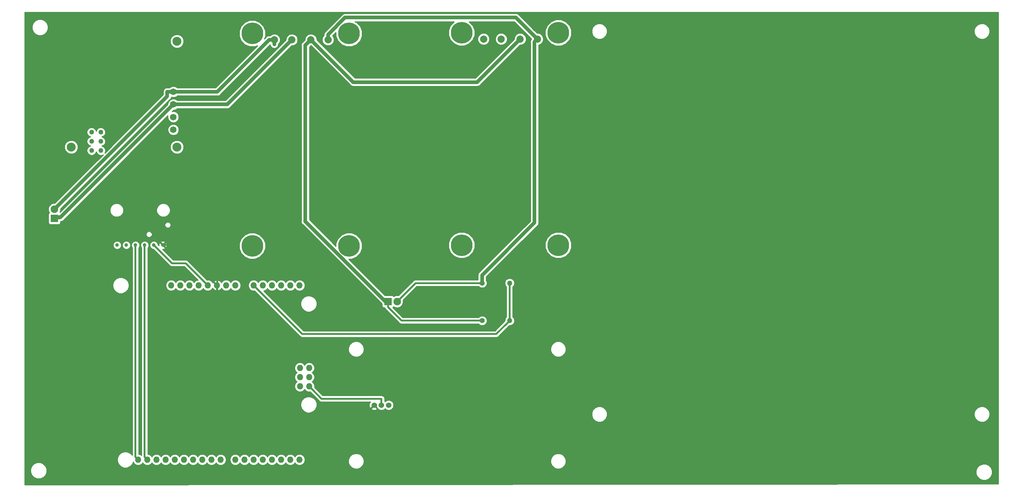
<source format=gbr>
G04 #@! TF.GenerationSoftware,KiCad,Pcbnew,5.0.2-bee76a0~70~ubuntu16.04.1*
G04 #@! TF.CreationDate,2021-10-26T00:07:22+01:00*
G04 #@! TF.ProjectId,Podcar_PCB,506f6463-6172-45f5-9043-422e6b696361,rev?*
G04 #@! TF.SameCoordinates,Original*
G04 #@! TF.FileFunction,Copper,L2,Bot*
G04 #@! TF.FilePolarity,Positive*
%FSLAX46Y46*%
G04 Gerber Fmt 4.6, Leading zero omitted, Abs format (unit mm)*
G04 Created by KiCad (PCBNEW 5.0.2-bee76a0~70~ubuntu16.04.1) date Tue 26 Oct 2021 00:07:22 BST*
%MOMM*%
%LPD*%
G01*
G04 APERTURE LIST*
G04 #@! TA.AperFunction,ComponentPad*
%ADD10C,1.320000*%
G04 #@! TD*
G04 #@! TA.AperFunction,ComponentPad*
%ADD11C,1.820000*%
G04 #@! TD*
G04 #@! TA.AperFunction,WasherPad*
%ADD12C,2.480000*%
G04 #@! TD*
G04 #@! TA.AperFunction,ComponentPad*
%ADD13O,1.727200X1.727200*%
G04 #@! TD*
G04 #@! TA.AperFunction,ComponentPad*
%ADD14C,6.000000*%
G04 #@! TD*
G04 #@! TA.AperFunction,ComponentPad*
%ADD15C,2.000000*%
G04 #@! TD*
G04 #@! TA.AperFunction,ComponentPad*
%ADD16C,0.800000*%
G04 #@! TD*
G04 #@! TA.AperFunction,ComponentPad*
%ADD17C,1.524000*%
G04 #@! TD*
G04 #@! TA.AperFunction,ComponentPad*
%ADD18C,2.100000*%
G04 #@! TD*
G04 #@! TA.AperFunction,ComponentPad*
%ADD19R,2.100000X2.100000*%
G04 #@! TD*
G04 #@! TA.AperFunction,ComponentPad*
%ADD20C,1.000000*%
G04 #@! TD*
G04 #@! TA.AperFunction,ComponentPad*
%ADD21O,1.400000X1.400000*%
G04 #@! TD*
G04 #@! TA.AperFunction,ComponentPad*
%ADD22C,1.400000*%
G04 #@! TD*
G04 #@! TA.AperFunction,Conductor*
%ADD23C,0.500000*%
G04 #@! TD*
G04 #@! TA.AperFunction,Conductor*
%ADD24C,1.000000*%
G04 #@! TD*
G04 #@! TA.AperFunction,Conductor*
%ADD25C,0.254000*%
G04 #@! TD*
G04 APERTURE END LIST*
D10*
G04 #@! TO.P,U2,10*
G04 #@! TO.N,Net-(U2-Pad10)*
X34020000Y-50930000D03*
G04 #@! TO.P,U2,8*
G04 #@! TO.N,Net-(U2-Pad8)*
X34020000Y-48390000D03*
G04 #@! TO.P,U2,6*
G04 #@! TO.N,Net-(U2-Pad6)*
X34020000Y-45850000D03*
G04 #@! TO.P,U2,5*
G04 #@! TO.N,Net-(U2-Pad5)*
X31480000Y-45850000D03*
G04 #@! TO.P,U2,7*
G04 #@! TO.N,Net-(U2-Pad7)*
X31480000Y-48390000D03*
G04 #@! TO.P,U2,9*
G04 #@! TO.N,Net-(U2-Pad9)*
X31480000Y-50930000D03*
D11*
G04 #@! TO.P,U2,1*
G04 #@! TO.N,Net-(J1-Pad2)*
X54130000Y-34640000D03*
G04 #@! TO.P,U2,2*
G04 #@! TO.N,Net-(J1-Pad1)*
X54130000Y-38140000D03*
G04 #@! TO.P,U2,3*
G04 #@! TO.N,Net-(U2-Pad3)*
X54130000Y-41640000D03*
G04 #@! TO.P,U2,4*
G04 #@! TO.N,Net-(U2-Pad4)*
X54130000Y-45140000D03*
D12*
G04 #@! TO.P,U2,*
G04 #@! TO.N,*
X25850000Y-49950000D03*
X55150000Y-49950000D03*
X55150000Y-20650000D03*
G04 #@! TD*
D13*
G04 #@! TO.P,XA1,MISO*
G04 #@! TO.N,Net-(XA1-PadMISO)*
X89227000Y-116180000D03*
G04 #@! TO.P,XA1,A5*
G04 #@! TO.N,Net-(XA1-PadA5)*
X89100000Y-88240000D03*
G04 #@! TO.P,XA1,A4*
G04 #@! TO.N,Net-(XA1-PadA4)*
X86560000Y-88240000D03*
G04 #@! TO.P,XA1,A3*
G04 #@! TO.N,Net-(XA1-PadA3)*
X84020000Y-88240000D03*
G04 #@! TO.P,XA1,A2*
G04 #@! TO.N,Net-(XA1-PadA2)*
X81480000Y-88240000D03*
G04 #@! TO.P,XA1,A1*
G04 #@! TO.N,Net-(XA1-PadA1)*
X78940000Y-88240000D03*
G04 #@! TO.P,XA1,RESET*
G04 #@! TO.N,Net-(XA1-PadRESET)*
X53540000Y-88240000D03*
G04 #@! TO.P,XA1,D11*
G04 #@! TO.N,Net-(XA1-PadD11)*
X59636000Y-136500000D03*
G04 #@! TO.P,XA1,D12*
G04 #@! TO.N,Net-(XA1-PadD12)*
X57096000Y-136500000D03*
G04 #@! TO.P,XA1,D13*
G04 #@! TO.N,Net-(XA1-PadD13)*
X54556000Y-136500000D03*
G04 #@! TO.P,XA1,AREF*
G04 #@! TO.N,Net-(XA1-PadAREF)*
X49476000Y-136500000D03*
G04 #@! TO.P,XA1,SDA*
G04 #@! TO.N,Net-(U1-Pad4)*
X46936000Y-136500000D03*
G04 #@! TO.P,XA1,SCL*
G04 #@! TO.N,Net-(U1-Pad3)*
X44396000Y-136500000D03*
G04 #@! TO.P,XA1,D10*
G04 #@! TO.N,Net-(XA1-PadD10)*
X62176000Y-136500000D03*
G04 #@! TO.P,XA1,D9*
G04 #@! TO.N,Net-(XA1-PadD9)*
X64716000Y-136500000D03*
G04 #@! TO.P,XA1,D8*
G04 #@! TO.N,Net-(XA1-PadD8)*
X67256000Y-136500000D03*
G04 #@! TO.P,XA1,GND1*
G04 #@! TO.N,Net-(XA1-PadGND1)*
X52016000Y-136500000D03*
G04 #@! TO.P,XA1,D7*
G04 #@! TO.N,Net-(XA1-PadD7)*
X71320000Y-136500000D03*
G04 #@! TO.P,XA1,D6*
G04 #@! TO.N,Net-(XA1-PadD6)*
X73860000Y-136500000D03*
G04 #@! TO.P,XA1,D5*
G04 #@! TO.N,Net-(XA1-PadD5)*
X76400000Y-136500000D03*
G04 #@! TO.P,XA1,D4*
G04 #@! TO.N,Net-(XA1-PadD4)*
X78940000Y-136500000D03*
G04 #@! TO.P,XA1,D3*
G04 #@! TO.N,Net-(XA1-PadD3)*
X81480000Y-136500000D03*
G04 #@! TO.P,XA1,D2*
G04 #@! TO.N,Net-(XA1-PadD2)*
X84020000Y-136500000D03*
G04 #@! TO.P,XA1,D1*
G04 #@! TO.N,Net-(XA1-PadD1)*
X86560000Y-136500000D03*
G04 #@! TO.P,XA1,D0*
G04 #@! TO.N,Net-(XA1-PadD0)*
X89100000Y-136500000D03*
G04 #@! TO.P,XA1,IOREF*
G04 #@! TO.N,Net-(XA1-PadIOREF)*
X56080000Y-88240000D03*
G04 #@! TO.P,XA1,RST1*
G04 #@! TO.N,Net-(XA1-PadRST1)*
X58620000Y-88240000D03*
G04 #@! TO.P,XA1,3V3*
G04 #@! TO.N,Net-(XA1-Pad3V3)*
X61160000Y-88240000D03*
G04 #@! TO.P,XA1,5V1*
G04 #@! TO.N,Net-(U1-Pad5)*
X63700000Y-88240000D03*
G04 #@! TO.P,XA1,GND2*
G04 #@! TO.N,Net-(U1-Pad6)*
X66240000Y-88240000D03*
G04 #@! TO.P,XA1,GND3*
G04 #@! TO.N,Net-(XA1-PadGND3)*
X68780000Y-88240000D03*
G04 #@! TO.P,XA1,VIN*
G04 #@! TO.N,Net-(XA1-PadVIN)*
X71320000Y-88240000D03*
G04 #@! TO.P,XA1,A0*
G04 #@! TO.N,Net-(R1-Pad2)*
X76400000Y-88240000D03*
G04 #@! TO.P,XA1,5V2*
G04 #@! TO.N,Net-(U4-PadVIN)*
X91767000Y-116180000D03*
G04 #@! TO.P,XA1,SCK*
G04 #@! TO.N,Net-(XA1-PadSCK)*
X89227000Y-113640000D03*
G04 #@! TO.P,XA1,MOSI*
G04 #@! TO.N,Net-(XA1-PadMOSI)*
X91767000Y-113640000D03*
G04 #@! TO.P,XA1,GND4*
G04 #@! TO.N,Net-(XA1-PadGND4)*
X91767000Y-111100000D03*
G04 #@! TO.P,XA1,RST2*
G04 #@! TO.N,Net-(XA1-PadRST2)*
X89227000Y-111100000D03*
G04 #@! TD*
D14*
G04 #@! TO.P,U6,*
G04 #@! TO.N,*
X160825000Y-18300000D03*
X134025000Y-18300000D03*
X134025000Y-77100000D03*
X160825000Y-77100000D03*
D15*
G04 #@! TO.P,U6,OUT+*
G04 #@! TO.N,Net-(U6-PadOUT+)*
X140115000Y-20040000D03*
G04 #@! TO.P,U6,OUT-*
G04 #@! TO.N,Net-(U6-PadOUT-)*
X144980000Y-20040000D03*
G04 #@! TO.P,U6,IN-*
G04 #@! TO.N,Net-(J2-Pad1)*
X150240000Y-20040000D03*
G04 #@! TO.P,U6,IN+*
G04 #@! TO.N,Net-(J2-Pad2)*
X155005000Y-20040000D03*
D16*
G04 #@! TO.P,U6,*
G04 #@! TO.N,*
X162310000Y-16815000D03*
X160825000Y-16200000D03*
X159340000Y-16815000D03*
X158725000Y-18300000D03*
X159340000Y-19785000D03*
X160825000Y-20400000D03*
X162310000Y-19785000D03*
X162925000Y-18300000D03*
X135510000Y-16815000D03*
X134025000Y-16200000D03*
X132540000Y-16815000D03*
X131925000Y-18300000D03*
X132540000Y-19785000D03*
X134025000Y-20400000D03*
X135510000Y-19785000D03*
X136125000Y-18300000D03*
X135510000Y-75615000D03*
X134025000Y-75000000D03*
X132540000Y-75615000D03*
X131925000Y-77100000D03*
X132540000Y-78585000D03*
X134025000Y-79200000D03*
X135510000Y-78585000D03*
X136129000Y-77100000D03*
X159340000Y-75615000D03*
X160825000Y-75000000D03*
X162310000Y-75615000D03*
X162310000Y-78585000D03*
X160825000Y-79200000D03*
X159340000Y-78585000D03*
X158725000Y-77087800D03*
X162925000Y-77100000D03*
G04 #@! TD*
D14*
G04 #@! TO.P,U5,*
G04 #@! TO.N,*
X102825000Y-18500000D03*
X76025000Y-18500000D03*
X76025000Y-77300000D03*
X102825000Y-77300000D03*
D15*
G04 #@! TO.P,U5,OUT+*
G04 #@! TO.N,Net-(J1-Pad2)*
X82115000Y-20240000D03*
G04 #@! TO.P,U5,OUT-*
G04 #@! TO.N,Net-(J1-Pad1)*
X86980000Y-20240000D03*
G04 #@! TO.P,U5,IN-*
G04 #@! TO.N,Net-(J2-Pad1)*
X92240000Y-20240000D03*
G04 #@! TO.P,U5,IN+*
G04 #@! TO.N,Net-(J2-Pad2)*
X97005000Y-20240000D03*
D16*
G04 #@! TO.P,U5,*
G04 #@! TO.N,*
X104310000Y-17015000D03*
X102825000Y-16400000D03*
X101340000Y-17015000D03*
X100725000Y-18500000D03*
X101340000Y-19985000D03*
X102825000Y-20600000D03*
X104310000Y-19985000D03*
X104925000Y-18500000D03*
X77510000Y-17015000D03*
X76025000Y-16400000D03*
X74540000Y-17015000D03*
X73925000Y-18500000D03*
X74540000Y-19985000D03*
X76025000Y-20600000D03*
X77510000Y-19985000D03*
X78125000Y-18500000D03*
X77510000Y-75815000D03*
X76025000Y-75200000D03*
X74540000Y-75815000D03*
X73925000Y-77300000D03*
X74540000Y-78785000D03*
X76025000Y-79400000D03*
X77510000Y-78785000D03*
X78129000Y-77300000D03*
X101340000Y-75815000D03*
X102825000Y-75200000D03*
X104310000Y-75815000D03*
X104310000Y-78785000D03*
X102825000Y-79400000D03*
X101340000Y-78785000D03*
X100725000Y-77287800D03*
X104925000Y-77300000D03*
G04 #@! TD*
D17*
G04 #@! TO.P,U4,SIG*
G04 #@! TO.N,Net-(U4-PadSIG)*
X113800000Y-121400000D03*
G04 #@! TO.P,U4,VIN*
G04 #@! TO.N,Net-(U4-PadVIN)*
X111800000Y-121400000D03*
G04 #@! TO.P,U4,GND*
G04 #@! TO.N,Net-(U1-Pad6)*
X109800000Y-121400000D03*
G04 #@! TD*
D18*
G04 #@! TO.P,J2,2*
G04 #@! TO.N,Net-(J2-Pad2)*
X116140000Y-92700000D03*
D19*
G04 #@! TO.P,J2,1*
G04 #@! TO.N,Net-(J2-Pad1)*
X113600000Y-92700000D03*
G04 #@! TD*
D18*
G04 #@! TO.P,J1,2*
G04 #@! TO.N,Net-(J1-Pad2)*
X21200000Y-67160000D03*
D19*
G04 #@! TO.P,J1,1*
G04 #@! TO.N,Net-(J1-Pad1)*
X21200000Y-69700000D03*
G04 #@! TD*
D20*
G04 #@! TO.P,U1,6*
G04 #@! TO.N,Net-(U1-Pad6)*
X51250000Y-77068000D03*
G04 #@! TO.P,U1,5*
G04 #@! TO.N,Net-(U1-Pad5)*
X48710000Y-77068000D03*
G04 #@! TO.P,U1,4*
G04 #@! TO.N,Net-(U1-Pad4)*
X46170000Y-77068000D03*
G04 #@! TO.P,U1,3*
G04 #@! TO.N,Net-(U1-Pad3)*
X43630000Y-77068000D03*
G04 #@! TO.P,U1,2*
G04 #@! TO.N,Net-(U1-Pad2)*
X41090000Y-77068000D03*
G04 #@! TO.P,U1,1*
G04 #@! TO.N,Net-(U1-Pad1)*
X38550000Y-77068000D03*
G04 #@! TD*
D21*
G04 #@! TO.P,R2,2*
G04 #@! TO.N,Net-(R1-Pad2)*
X147320000Y-87600000D03*
D22*
G04 #@! TO.P,R2,1*
G04 #@! TO.N,Net-(J2-Pad2)*
X139700000Y-87600000D03*
G04 #@! TD*
D21*
G04 #@! TO.P,R1,2*
G04 #@! TO.N,Net-(R1-Pad2)*
X147320000Y-98000000D03*
D22*
G04 #@! TO.P,R1,1*
G04 #@! TO.N,Net-(J2-Pad1)*
X139700000Y-98000000D03*
G04 #@! TD*
D23*
G04 #@! TO.N,Net-(R1-Pad2)*
X147320000Y-87600000D02*
X147320000Y-98000000D01*
X146620001Y-98699999D02*
X147320000Y-98000000D01*
X89860000Y-101700000D02*
X143620000Y-101700000D01*
X143620000Y-101700000D02*
X146620001Y-98699999D01*
X76400000Y-88240000D02*
X89860000Y-101700000D01*
G04 #@! TO.N,Net-(U1-Pad3)*
X43630000Y-135734000D02*
X44396000Y-136500000D01*
X43630000Y-77068000D02*
X43630000Y-135734000D01*
G04 #@! TO.N,Net-(U1-Pad4)*
X46170000Y-135734000D02*
X46936000Y-136500000D01*
X46170000Y-77068000D02*
X46170000Y-135734000D01*
G04 #@! TO.N,Net-(U1-Pad6)*
X106100000Y-125100000D02*
X87500000Y-125100000D01*
X109800000Y-121400000D02*
X106100000Y-125100000D01*
X66240000Y-103840000D02*
X66240000Y-88240000D01*
X66800000Y-104400000D02*
X66240000Y-103840000D01*
X87500000Y-125100000D02*
X66800000Y-104400000D01*
X66800000Y-104400000D02*
X66400000Y-104000000D01*
X55068000Y-77068000D02*
X51250000Y-77068000D01*
X66240000Y-88240000D02*
X55068000Y-77068000D01*
G04 #@! TO.N,Net-(U1-Pad5)*
X57560000Y-82100000D02*
X62836401Y-87376401D01*
X62836401Y-87376401D02*
X63700000Y-88240000D01*
X53742000Y-82100000D02*
X57560000Y-82100000D01*
X48710000Y-77068000D02*
X53742000Y-82100000D01*
G04 #@! TO.N,Net-(U4-PadVIN)*
X95187000Y-119600000D02*
X92630599Y-117043599D01*
X111800000Y-119600000D02*
X95187000Y-119600000D01*
X92630599Y-117043599D02*
X91767000Y-116180000D01*
X111800000Y-121400000D02*
X111800000Y-119600000D01*
D24*
G04 #@! TO.N,Net-(J1-Pad2)*
X82115000Y-20240000D02*
X82115000Y-21485000D01*
X55204802Y-34640000D02*
X54130000Y-34640000D01*
X80700787Y-20240000D02*
X66300787Y-34640000D01*
X66300787Y-34640000D02*
X55204802Y-34640000D01*
X82115000Y-20240000D02*
X80700787Y-20240000D01*
X54130000Y-34640000D02*
X52460000Y-34640000D01*
X52460000Y-35900000D02*
X21200000Y-67160000D01*
X52460000Y-34640000D02*
X52460000Y-35900000D01*
D23*
G04 #@! TO.N,Net-(J1-Pad1)*
X22750000Y-69700000D02*
X21200000Y-69700000D01*
D24*
X69080000Y-38140000D02*
X55204802Y-38140000D01*
X55204802Y-38140000D02*
X54130000Y-38140000D01*
X86980000Y-20240000D02*
X69080000Y-38140000D01*
X54130000Y-38140000D02*
X22900000Y-69370000D01*
X21530000Y-69370000D02*
X21200000Y-69700000D01*
X22900000Y-69370000D02*
X21530000Y-69370000D01*
D23*
G04 #@! TO.N,Net-(J2-Pad2)*
X121240000Y-87600000D02*
X116140000Y-92700000D01*
X139700000Y-87600000D02*
X121240000Y-87600000D01*
D24*
X101730787Y-14100000D02*
X97005000Y-18825787D01*
X149065000Y-14100000D02*
X101730787Y-14100000D01*
X97005000Y-18825787D02*
X97005000Y-20240000D01*
X155005000Y-20040000D02*
X149065000Y-14100000D01*
X154200000Y-20845000D02*
X154200000Y-70900000D01*
X139700000Y-85400000D02*
X139700000Y-87600000D01*
X154200000Y-70900000D02*
X139700000Y-85400000D01*
X155005000Y-20040000D02*
X154200000Y-20845000D01*
D23*
G04 #@! TO.N,Net-(J2-Pad1)*
X113600000Y-94250000D02*
X113600000Y-92700000D01*
X117350000Y-98000000D02*
X113600000Y-94250000D01*
X139700000Y-98000000D02*
X117350000Y-98000000D01*
D24*
X93239999Y-21239999D02*
X92240000Y-20240000D01*
X104000000Y-32000000D02*
X93239999Y-21239999D01*
X138280000Y-32000000D02*
X104000000Y-32000000D01*
X150240000Y-20040000D02*
X138280000Y-32000000D01*
X90700000Y-70500000D02*
X112900000Y-92700000D01*
X112900000Y-92700000D02*
X113600000Y-92700000D01*
X90700000Y-21780000D02*
X90700000Y-70500000D01*
X92240000Y-20240000D02*
X90700000Y-21780000D01*
G04 #@! TD*
D25*
G04 #@! TO.N,Net-(U1-Pad6)*
G36*
X282715001Y-143215506D02*
X12985000Y-143414495D01*
X12985000Y-139055431D01*
X14565000Y-139055431D01*
X14565000Y-139944569D01*
X14905259Y-140766026D01*
X15533974Y-141394741D01*
X16355431Y-141735000D01*
X17244569Y-141735000D01*
X18066026Y-141394741D01*
X18694741Y-140766026D01*
X19035000Y-139944569D01*
X19035000Y-139455431D01*
X276565000Y-139455431D01*
X276565000Y-140344569D01*
X276905259Y-141166026D01*
X277533974Y-141794741D01*
X278355431Y-142135000D01*
X279244569Y-142135000D01*
X280066026Y-141794741D01*
X280694741Y-141166026D01*
X281035000Y-140344569D01*
X281035000Y-139455431D01*
X280694741Y-138633974D01*
X280066026Y-138005259D01*
X279244569Y-137665000D01*
X278355431Y-137665000D01*
X277533974Y-138005259D01*
X276905259Y-138633974D01*
X276565000Y-139455431D01*
X19035000Y-139455431D01*
X19035000Y-139055431D01*
X18694741Y-138233974D01*
X18066026Y-137605259D01*
X17244569Y-137265000D01*
X16355431Y-137265000D01*
X15533974Y-137605259D01*
X14905259Y-138233974D01*
X14565000Y-139055431D01*
X12985000Y-139055431D01*
X12985000Y-136055431D01*
X38605000Y-136055431D01*
X38605000Y-136944569D01*
X38945259Y-137766026D01*
X39573974Y-138394741D01*
X40395431Y-138735000D01*
X41284569Y-138735000D01*
X42106026Y-138394741D01*
X42734741Y-137766026D01*
X43004472Y-137114839D01*
X43315570Y-137580430D01*
X43811275Y-137911650D01*
X44248402Y-137998600D01*
X44543598Y-137998600D01*
X44980725Y-137911650D01*
X45476430Y-137580430D01*
X45666000Y-137296719D01*
X45855570Y-137580430D01*
X46351275Y-137911650D01*
X46788402Y-137998600D01*
X47083598Y-137998600D01*
X47520725Y-137911650D01*
X48016430Y-137580430D01*
X48206000Y-137296719D01*
X48395570Y-137580430D01*
X48891275Y-137911650D01*
X49328402Y-137998600D01*
X49623598Y-137998600D01*
X50060725Y-137911650D01*
X50556430Y-137580430D01*
X50746000Y-137296719D01*
X50935570Y-137580430D01*
X51431275Y-137911650D01*
X51868402Y-137998600D01*
X52163598Y-137998600D01*
X52600725Y-137911650D01*
X53096430Y-137580430D01*
X53286000Y-137296719D01*
X53475570Y-137580430D01*
X53971275Y-137911650D01*
X54408402Y-137998600D01*
X54703598Y-137998600D01*
X55140725Y-137911650D01*
X55636430Y-137580430D01*
X55826000Y-137296719D01*
X56015570Y-137580430D01*
X56511275Y-137911650D01*
X56948402Y-137998600D01*
X57243598Y-137998600D01*
X57680725Y-137911650D01*
X58176430Y-137580430D01*
X58366000Y-137296719D01*
X58555570Y-137580430D01*
X59051275Y-137911650D01*
X59488402Y-137998600D01*
X59783598Y-137998600D01*
X60220725Y-137911650D01*
X60716430Y-137580430D01*
X60906000Y-137296719D01*
X61095570Y-137580430D01*
X61591275Y-137911650D01*
X62028402Y-137998600D01*
X62323598Y-137998600D01*
X62760725Y-137911650D01*
X63256430Y-137580430D01*
X63446000Y-137296719D01*
X63635570Y-137580430D01*
X64131275Y-137911650D01*
X64568402Y-137998600D01*
X64863598Y-137998600D01*
X65300725Y-137911650D01*
X65796430Y-137580430D01*
X65986000Y-137296719D01*
X66175570Y-137580430D01*
X66671275Y-137911650D01*
X67108402Y-137998600D01*
X67403598Y-137998600D01*
X67840725Y-137911650D01*
X68336430Y-137580430D01*
X68667650Y-137084725D01*
X68783959Y-136500000D01*
X69792041Y-136500000D01*
X69908350Y-137084725D01*
X70239570Y-137580430D01*
X70735275Y-137911650D01*
X71172402Y-137998600D01*
X71467598Y-137998600D01*
X71904725Y-137911650D01*
X72400430Y-137580430D01*
X72590000Y-137296719D01*
X72779570Y-137580430D01*
X73275275Y-137911650D01*
X73712402Y-137998600D01*
X74007598Y-137998600D01*
X74444725Y-137911650D01*
X74940430Y-137580430D01*
X75130000Y-137296719D01*
X75319570Y-137580430D01*
X75815275Y-137911650D01*
X76252402Y-137998600D01*
X76547598Y-137998600D01*
X76984725Y-137911650D01*
X77480430Y-137580430D01*
X77670000Y-137296719D01*
X77859570Y-137580430D01*
X78355275Y-137911650D01*
X78792402Y-137998600D01*
X79087598Y-137998600D01*
X79524725Y-137911650D01*
X80020430Y-137580430D01*
X80210000Y-137296719D01*
X80399570Y-137580430D01*
X80895275Y-137911650D01*
X81332402Y-137998600D01*
X81627598Y-137998600D01*
X82064725Y-137911650D01*
X82560430Y-137580430D01*
X82750000Y-137296719D01*
X82939570Y-137580430D01*
X83435275Y-137911650D01*
X83872402Y-137998600D01*
X84167598Y-137998600D01*
X84604725Y-137911650D01*
X85100430Y-137580430D01*
X85290000Y-137296719D01*
X85479570Y-137580430D01*
X85975275Y-137911650D01*
X86412402Y-137998600D01*
X86707598Y-137998600D01*
X87144725Y-137911650D01*
X87640430Y-137580430D01*
X87830000Y-137296719D01*
X88019570Y-137580430D01*
X88515275Y-137911650D01*
X88952402Y-137998600D01*
X89247598Y-137998600D01*
X89684725Y-137911650D01*
X90180430Y-137580430D01*
X90511650Y-137084725D01*
X90627959Y-136500000D01*
X90623051Y-136475322D01*
X102665000Y-136475322D01*
X102665000Y-137324678D01*
X102990034Y-138109380D01*
X103590620Y-138709966D01*
X104375322Y-139035000D01*
X105224678Y-139035000D01*
X106009380Y-138709966D01*
X106609966Y-138109380D01*
X106935000Y-137324678D01*
X106935000Y-136475322D01*
X158665000Y-136475322D01*
X158665000Y-137324678D01*
X158990034Y-138109380D01*
X159590620Y-138709966D01*
X160375322Y-139035000D01*
X161224678Y-139035000D01*
X162009380Y-138709966D01*
X162609966Y-138109380D01*
X162935000Y-137324678D01*
X162935000Y-136475322D01*
X162609966Y-135690620D01*
X162009380Y-135090034D01*
X161224678Y-134765000D01*
X160375322Y-134765000D01*
X159590620Y-135090034D01*
X158990034Y-135690620D01*
X158665000Y-136475322D01*
X106935000Y-136475322D01*
X106609966Y-135690620D01*
X106009380Y-135090034D01*
X105224678Y-134765000D01*
X104375322Y-134765000D01*
X103590620Y-135090034D01*
X102990034Y-135690620D01*
X102665000Y-136475322D01*
X90623051Y-136475322D01*
X90511650Y-135915275D01*
X90180430Y-135419570D01*
X89684725Y-135088350D01*
X89247598Y-135001400D01*
X88952402Y-135001400D01*
X88515275Y-135088350D01*
X88019570Y-135419570D01*
X87830000Y-135703281D01*
X87640430Y-135419570D01*
X87144725Y-135088350D01*
X86707598Y-135001400D01*
X86412402Y-135001400D01*
X85975275Y-135088350D01*
X85479570Y-135419570D01*
X85290000Y-135703281D01*
X85100430Y-135419570D01*
X84604725Y-135088350D01*
X84167598Y-135001400D01*
X83872402Y-135001400D01*
X83435275Y-135088350D01*
X82939570Y-135419570D01*
X82750000Y-135703281D01*
X82560430Y-135419570D01*
X82064725Y-135088350D01*
X81627598Y-135001400D01*
X81332402Y-135001400D01*
X80895275Y-135088350D01*
X80399570Y-135419570D01*
X80210000Y-135703281D01*
X80020430Y-135419570D01*
X79524725Y-135088350D01*
X79087598Y-135001400D01*
X78792402Y-135001400D01*
X78355275Y-135088350D01*
X77859570Y-135419570D01*
X77670000Y-135703281D01*
X77480430Y-135419570D01*
X76984725Y-135088350D01*
X76547598Y-135001400D01*
X76252402Y-135001400D01*
X75815275Y-135088350D01*
X75319570Y-135419570D01*
X75130000Y-135703281D01*
X74940430Y-135419570D01*
X74444725Y-135088350D01*
X74007598Y-135001400D01*
X73712402Y-135001400D01*
X73275275Y-135088350D01*
X72779570Y-135419570D01*
X72590000Y-135703281D01*
X72400430Y-135419570D01*
X71904725Y-135088350D01*
X71467598Y-135001400D01*
X71172402Y-135001400D01*
X70735275Y-135088350D01*
X70239570Y-135419570D01*
X69908350Y-135915275D01*
X69792041Y-136500000D01*
X68783959Y-136500000D01*
X68667650Y-135915275D01*
X68336430Y-135419570D01*
X67840725Y-135088350D01*
X67403598Y-135001400D01*
X67108402Y-135001400D01*
X66671275Y-135088350D01*
X66175570Y-135419570D01*
X65986000Y-135703281D01*
X65796430Y-135419570D01*
X65300725Y-135088350D01*
X64863598Y-135001400D01*
X64568402Y-135001400D01*
X64131275Y-135088350D01*
X63635570Y-135419570D01*
X63446000Y-135703281D01*
X63256430Y-135419570D01*
X62760725Y-135088350D01*
X62323598Y-135001400D01*
X62028402Y-135001400D01*
X61591275Y-135088350D01*
X61095570Y-135419570D01*
X60906000Y-135703281D01*
X60716430Y-135419570D01*
X60220725Y-135088350D01*
X59783598Y-135001400D01*
X59488402Y-135001400D01*
X59051275Y-135088350D01*
X58555570Y-135419570D01*
X58366000Y-135703281D01*
X58176430Y-135419570D01*
X57680725Y-135088350D01*
X57243598Y-135001400D01*
X56948402Y-135001400D01*
X56511275Y-135088350D01*
X56015570Y-135419570D01*
X55826000Y-135703281D01*
X55636430Y-135419570D01*
X55140725Y-135088350D01*
X54703598Y-135001400D01*
X54408402Y-135001400D01*
X53971275Y-135088350D01*
X53475570Y-135419570D01*
X53286000Y-135703281D01*
X53096430Y-135419570D01*
X52600725Y-135088350D01*
X52163598Y-135001400D01*
X51868402Y-135001400D01*
X51431275Y-135088350D01*
X50935570Y-135419570D01*
X50746000Y-135703281D01*
X50556430Y-135419570D01*
X50060725Y-135088350D01*
X49623598Y-135001400D01*
X49328402Y-135001400D01*
X48891275Y-135088350D01*
X48395570Y-135419570D01*
X48206000Y-135703281D01*
X48016430Y-135419570D01*
X47520725Y-135088350D01*
X47083598Y-135001400D01*
X47055000Y-135001400D01*
X47055000Y-120815431D01*
X89405000Y-120815431D01*
X89405000Y-121704569D01*
X89745259Y-122526026D01*
X90373974Y-123154741D01*
X91195431Y-123495000D01*
X92084569Y-123495000D01*
X92132075Y-123475322D01*
X170065000Y-123475322D01*
X170065000Y-124324678D01*
X170390034Y-125109380D01*
X170990620Y-125709966D01*
X171775322Y-126035000D01*
X172624678Y-126035000D01*
X173409380Y-125709966D01*
X174009966Y-125109380D01*
X174335000Y-124324678D01*
X174335000Y-123475322D01*
X276065000Y-123475322D01*
X276065000Y-124324678D01*
X276390034Y-125109380D01*
X276990620Y-125709966D01*
X277775322Y-126035000D01*
X278624678Y-126035000D01*
X279409380Y-125709966D01*
X280009966Y-125109380D01*
X280335000Y-124324678D01*
X280335000Y-123475322D01*
X280009966Y-122690620D01*
X279409380Y-122090034D01*
X278624678Y-121765000D01*
X277775322Y-121765000D01*
X276990620Y-122090034D01*
X276390034Y-122690620D01*
X276065000Y-123475322D01*
X174335000Y-123475322D01*
X174009966Y-122690620D01*
X173409380Y-122090034D01*
X172624678Y-121765000D01*
X171775322Y-121765000D01*
X170990620Y-122090034D01*
X170390034Y-122690620D01*
X170065000Y-123475322D01*
X92132075Y-123475322D01*
X92906026Y-123154741D01*
X93534741Y-122526026D01*
X93595138Y-122380213D01*
X108999392Y-122380213D01*
X109068857Y-122622397D01*
X109592302Y-122809144D01*
X110147368Y-122781362D01*
X110531143Y-122622397D01*
X110600608Y-122380213D01*
X109800000Y-121579605D01*
X108999392Y-122380213D01*
X93595138Y-122380213D01*
X93875000Y-121704569D01*
X93875000Y-120815431D01*
X93534741Y-119993974D01*
X92906026Y-119365259D01*
X92084569Y-119025000D01*
X91195431Y-119025000D01*
X90373974Y-119365259D01*
X89745259Y-119993974D01*
X89405000Y-120815431D01*
X47055000Y-120815431D01*
X47055000Y-111100000D01*
X87699041Y-111100000D01*
X87815350Y-111684725D01*
X88146570Y-112180430D01*
X88430281Y-112370000D01*
X88146570Y-112559570D01*
X87815350Y-113055275D01*
X87699041Y-113640000D01*
X87815350Y-114224725D01*
X88146570Y-114720430D01*
X88430281Y-114910000D01*
X88146570Y-115099570D01*
X87815350Y-115595275D01*
X87699041Y-116180000D01*
X87815350Y-116764725D01*
X88146570Y-117260430D01*
X88642275Y-117591650D01*
X89079402Y-117678600D01*
X89374598Y-117678600D01*
X89811725Y-117591650D01*
X90307430Y-117260430D01*
X90497000Y-116976719D01*
X90686570Y-117260430D01*
X91182275Y-117591650D01*
X91619402Y-117678600D01*
X91914598Y-117678600D01*
X91997526Y-117662105D01*
X92066444Y-117731023D01*
X92066447Y-117731025D01*
X94499577Y-120164156D01*
X94548951Y-120238049D01*
X94622844Y-120287423D01*
X94622845Y-120287424D01*
X94820940Y-120419787D01*
X94841690Y-120433652D01*
X95099835Y-120485000D01*
X95099839Y-120485000D01*
X95187000Y-120502337D01*
X95274161Y-120485000D01*
X108705392Y-120485000D01*
X108819785Y-120599393D01*
X108577603Y-120668857D01*
X108390856Y-121192302D01*
X108418638Y-121747368D01*
X108577603Y-122131143D01*
X108819787Y-122200608D01*
X109620395Y-121400000D01*
X109606253Y-121385858D01*
X109785858Y-121206253D01*
X109800000Y-121220395D01*
X109814143Y-121206253D01*
X109993748Y-121385858D01*
X109979605Y-121400000D01*
X110505894Y-121926289D01*
X110615680Y-122191337D01*
X111008663Y-122584320D01*
X111522119Y-122797000D01*
X112077881Y-122797000D01*
X112591337Y-122584320D01*
X112800000Y-122375657D01*
X113008663Y-122584320D01*
X113522119Y-122797000D01*
X114077881Y-122797000D01*
X114591337Y-122584320D01*
X114984320Y-122191337D01*
X115197000Y-121677881D01*
X115197000Y-121122119D01*
X114984320Y-120608663D01*
X114591337Y-120215680D01*
X114077881Y-120003000D01*
X113522119Y-120003000D01*
X113008663Y-120215680D01*
X112800000Y-120424343D01*
X112685000Y-120309343D01*
X112685000Y-119687165D01*
X112702338Y-119600000D01*
X112633652Y-119254690D01*
X112438049Y-118961951D01*
X112145310Y-118766348D01*
X111887165Y-118715000D01*
X111800000Y-118697662D01*
X111712836Y-118715000D01*
X95553579Y-118715000D01*
X93318025Y-116479447D01*
X93318023Y-116479444D01*
X93249105Y-116410526D01*
X93294959Y-116180000D01*
X93178650Y-115595275D01*
X92847430Y-115099570D01*
X92563719Y-114910000D01*
X92847430Y-114720430D01*
X93178650Y-114224725D01*
X93294959Y-113640000D01*
X93178650Y-113055275D01*
X92847430Y-112559570D01*
X92563719Y-112370000D01*
X92847430Y-112180430D01*
X93178650Y-111684725D01*
X93294959Y-111100000D01*
X93178650Y-110515275D01*
X92847430Y-110019570D01*
X92351725Y-109688350D01*
X91914598Y-109601400D01*
X91619402Y-109601400D01*
X91182275Y-109688350D01*
X90686570Y-110019570D01*
X90497000Y-110303281D01*
X90307430Y-110019570D01*
X89811725Y-109688350D01*
X89374598Y-109601400D01*
X89079402Y-109601400D01*
X88642275Y-109688350D01*
X88146570Y-110019570D01*
X87815350Y-110515275D01*
X87699041Y-111100000D01*
X47055000Y-111100000D01*
X47055000Y-105475322D01*
X102665000Y-105475322D01*
X102665000Y-106324678D01*
X102990034Y-107109380D01*
X103590620Y-107709966D01*
X104375322Y-108035000D01*
X105224678Y-108035000D01*
X106009380Y-107709966D01*
X106609966Y-107109380D01*
X106935000Y-106324678D01*
X106935000Y-105475322D01*
X158665000Y-105475322D01*
X158665000Y-106324678D01*
X158990034Y-107109380D01*
X159590620Y-107709966D01*
X160375322Y-108035000D01*
X161224678Y-108035000D01*
X162009380Y-107709966D01*
X162609966Y-107109380D01*
X162935000Y-106324678D01*
X162935000Y-105475322D01*
X162609966Y-104690620D01*
X162009380Y-104090034D01*
X161224678Y-103765000D01*
X160375322Y-103765000D01*
X159590620Y-104090034D01*
X158990034Y-104690620D01*
X158665000Y-105475322D01*
X106935000Y-105475322D01*
X106609966Y-104690620D01*
X106009380Y-104090034D01*
X105224678Y-103765000D01*
X104375322Y-103765000D01*
X103590620Y-104090034D01*
X102990034Y-104690620D01*
X102665000Y-105475322D01*
X47055000Y-105475322D01*
X47055000Y-77788133D01*
X47132207Y-77710926D01*
X47305000Y-77293766D01*
X47305000Y-76842234D01*
X47575000Y-76842234D01*
X47575000Y-77293766D01*
X47747793Y-77710926D01*
X48067074Y-78030207D01*
X48484234Y-78203000D01*
X48593422Y-78203000D01*
X53054577Y-82664156D01*
X53103951Y-82738049D01*
X53177844Y-82787423D01*
X53177845Y-82787424D01*
X53396690Y-82933652D01*
X53654835Y-82985000D01*
X53654839Y-82985000D01*
X53742000Y-83002337D01*
X53829161Y-82985000D01*
X57193422Y-82985000D01*
X60960204Y-86751783D01*
X60575275Y-86828350D01*
X60079570Y-87159570D01*
X59890000Y-87443281D01*
X59700430Y-87159570D01*
X59204725Y-86828350D01*
X58767598Y-86741400D01*
X58472402Y-86741400D01*
X58035275Y-86828350D01*
X57539570Y-87159570D01*
X57350000Y-87443281D01*
X57160430Y-87159570D01*
X56664725Y-86828350D01*
X56227598Y-86741400D01*
X55932402Y-86741400D01*
X55495275Y-86828350D01*
X54999570Y-87159570D01*
X54810000Y-87443281D01*
X54620430Y-87159570D01*
X54124725Y-86828350D01*
X53687598Y-86741400D01*
X53392402Y-86741400D01*
X52955275Y-86828350D01*
X52459570Y-87159570D01*
X52128350Y-87655275D01*
X52012041Y-88240000D01*
X52128350Y-88824725D01*
X52459570Y-89320430D01*
X52955275Y-89651650D01*
X53392402Y-89738600D01*
X53687598Y-89738600D01*
X54124725Y-89651650D01*
X54620430Y-89320430D01*
X54810000Y-89036719D01*
X54999570Y-89320430D01*
X55495275Y-89651650D01*
X55932402Y-89738600D01*
X56227598Y-89738600D01*
X56664725Y-89651650D01*
X57160430Y-89320430D01*
X57350000Y-89036719D01*
X57539570Y-89320430D01*
X58035275Y-89651650D01*
X58472402Y-89738600D01*
X58767598Y-89738600D01*
X59204725Y-89651650D01*
X59700430Y-89320430D01*
X59890000Y-89036719D01*
X60079570Y-89320430D01*
X60575275Y-89651650D01*
X61012402Y-89738600D01*
X61307598Y-89738600D01*
X61744725Y-89651650D01*
X62240430Y-89320430D01*
X62430000Y-89036719D01*
X62619570Y-89320430D01*
X63115275Y-89651650D01*
X63552402Y-89738600D01*
X63847598Y-89738600D01*
X64284725Y-89651650D01*
X64780430Y-89320430D01*
X64973037Y-89032174D01*
X65351510Y-89446821D01*
X65880973Y-89694968D01*
X66113000Y-89574469D01*
X66113000Y-88367000D01*
X66093000Y-88367000D01*
X66093000Y-88113000D01*
X66113000Y-88113000D01*
X66113000Y-86905531D01*
X66367000Y-86905531D01*
X66367000Y-88113000D01*
X66387000Y-88113000D01*
X66387000Y-88367000D01*
X66367000Y-88367000D01*
X66367000Y-89574469D01*
X66599027Y-89694968D01*
X67128490Y-89446821D01*
X67506963Y-89032174D01*
X67699570Y-89320430D01*
X68195275Y-89651650D01*
X68632402Y-89738600D01*
X68927598Y-89738600D01*
X69364725Y-89651650D01*
X69860430Y-89320430D01*
X70050000Y-89036719D01*
X70239570Y-89320430D01*
X70735275Y-89651650D01*
X71172402Y-89738600D01*
X71467598Y-89738600D01*
X71904725Y-89651650D01*
X72400430Y-89320430D01*
X72731650Y-88824725D01*
X72847959Y-88240000D01*
X74872041Y-88240000D01*
X74988350Y-88824725D01*
X75319570Y-89320430D01*
X75815275Y-89651650D01*
X76252402Y-89738600D01*
X76547598Y-89738600D01*
X76630526Y-89722105D01*
X89172577Y-102264156D01*
X89221951Y-102338049D01*
X89295844Y-102387423D01*
X89295845Y-102387424D01*
X89514690Y-102533652D01*
X89772835Y-102585000D01*
X89772839Y-102585000D01*
X89860000Y-102602337D01*
X89947161Y-102585000D01*
X143532839Y-102585000D01*
X143620000Y-102602337D01*
X143707161Y-102585000D01*
X143707165Y-102585000D01*
X143965310Y-102533652D01*
X144258049Y-102338049D01*
X144307425Y-102264153D01*
X147236579Y-99335000D01*
X147451485Y-99335000D01*
X147840891Y-99257542D01*
X148282481Y-98962481D01*
X148577542Y-98520891D01*
X148681154Y-98000000D01*
X148577542Y-97479109D01*
X148282481Y-97037519D01*
X148205000Y-96985748D01*
X148205000Y-88614252D01*
X148282481Y-88562481D01*
X148577542Y-88120891D01*
X148681154Y-87600000D01*
X148577542Y-87079109D01*
X148282481Y-86637519D01*
X147840891Y-86342458D01*
X147451485Y-86265000D01*
X147188515Y-86265000D01*
X146799109Y-86342458D01*
X146357519Y-86637519D01*
X146062458Y-87079109D01*
X145958846Y-87600000D01*
X146062458Y-88120891D01*
X146357519Y-88562481D01*
X146435000Y-88614252D01*
X146435001Y-96985747D01*
X146357519Y-97037519D01*
X146062458Y-97479109D01*
X145958846Y-98000000D01*
X145977026Y-98091395D01*
X143253422Y-100815000D01*
X90226579Y-100815000D01*
X82287010Y-92875431D01*
X89405000Y-92875431D01*
X89405000Y-93764569D01*
X89745259Y-94586026D01*
X90373974Y-95214741D01*
X91195431Y-95555000D01*
X92084569Y-95555000D01*
X92906026Y-95214741D01*
X93534741Y-94586026D01*
X93875000Y-93764569D01*
X93875000Y-92875431D01*
X93534741Y-92053974D01*
X92906026Y-91425259D01*
X92084569Y-91085000D01*
X91195431Y-91085000D01*
X90373974Y-91425259D01*
X89745259Y-92053974D01*
X89405000Y-92875431D01*
X82287010Y-92875431D01*
X79139795Y-89728217D01*
X79524725Y-89651650D01*
X80020430Y-89320430D01*
X80210000Y-89036719D01*
X80399570Y-89320430D01*
X80895275Y-89651650D01*
X81332402Y-89738600D01*
X81627598Y-89738600D01*
X82064725Y-89651650D01*
X82560430Y-89320430D01*
X82750000Y-89036719D01*
X82939570Y-89320430D01*
X83435275Y-89651650D01*
X83872402Y-89738600D01*
X84167598Y-89738600D01*
X84604725Y-89651650D01*
X85100430Y-89320430D01*
X85290000Y-89036719D01*
X85479570Y-89320430D01*
X85975275Y-89651650D01*
X86412402Y-89738600D01*
X86707598Y-89738600D01*
X87144725Y-89651650D01*
X87640430Y-89320430D01*
X87830000Y-89036719D01*
X88019570Y-89320430D01*
X88515275Y-89651650D01*
X88952402Y-89738600D01*
X89247598Y-89738600D01*
X89684725Y-89651650D01*
X90180430Y-89320430D01*
X90511650Y-88824725D01*
X90627959Y-88240000D01*
X90511650Y-87655275D01*
X90180430Y-87159570D01*
X89684725Y-86828350D01*
X89247598Y-86741400D01*
X88952402Y-86741400D01*
X88515275Y-86828350D01*
X88019570Y-87159570D01*
X87830000Y-87443281D01*
X87640430Y-87159570D01*
X87144725Y-86828350D01*
X86707598Y-86741400D01*
X86412402Y-86741400D01*
X85975275Y-86828350D01*
X85479570Y-87159570D01*
X85290000Y-87443281D01*
X85100430Y-87159570D01*
X84604725Y-86828350D01*
X84167598Y-86741400D01*
X83872402Y-86741400D01*
X83435275Y-86828350D01*
X82939570Y-87159570D01*
X82750000Y-87443281D01*
X82560430Y-87159570D01*
X82064725Y-86828350D01*
X81627598Y-86741400D01*
X81332402Y-86741400D01*
X80895275Y-86828350D01*
X80399570Y-87159570D01*
X80210000Y-87443281D01*
X80020430Y-87159570D01*
X79524725Y-86828350D01*
X79087598Y-86741400D01*
X78792402Y-86741400D01*
X78355275Y-86828350D01*
X77859570Y-87159570D01*
X77670000Y-87443281D01*
X77480430Y-87159570D01*
X76984725Y-86828350D01*
X76547598Y-86741400D01*
X76252402Y-86741400D01*
X75815275Y-86828350D01*
X75319570Y-87159570D01*
X74988350Y-87655275D01*
X74872041Y-88240000D01*
X72847959Y-88240000D01*
X72731650Y-87655275D01*
X72400430Y-87159570D01*
X71904725Y-86828350D01*
X71467598Y-86741400D01*
X71172402Y-86741400D01*
X70735275Y-86828350D01*
X70239570Y-87159570D01*
X70050000Y-87443281D01*
X69860430Y-87159570D01*
X69364725Y-86828350D01*
X68927598Y-86741400D01*
X68632402Y-86741400D01*
X68195275Y-86828350D01*
X67699570Y-87159570D01*
X67506963Y-87447826D01*
X67128490Y-87033179D01*
X66599027Y-86785032D01*
X66367000Y-86905531D01*
X66113000Y-86905531D01*
X65880973Y-86785032D01*
X65351510Y-87033179D01*
X64973037Y-87447826D01*
X64780430Y-87159570D01*
X64284725Y-86828350D01*
X63847598Y-86741400D01*
X63552402Y-86741400D01*
X63469474Y-86757895D01*
X58247425Y-81535847D01*
X58198049Y-81461951D01*
X57905310Y-81266348D01*
X57647165Y-81215000D01*
X57647161Y-81215000D01*
X57560000Y-81197663D01*
X57472839Y-81215000D01*
X54108579Y-81215000D01*
X51109378Y-78215800D01*
X51555375Y-78184217D01*
X51823352Y-78073217D01*
X51860499Y-77858104D01*
X51250000Y-77247605D01*
X51235858Y-77261748D01*
X51056253Y-77082143D01*
X51070395Y-77068000D01*
X51429605Y-77068000D01*
X52040104Y-77678499D01*
X52255217Y-77641352D01*
X52398112Y-77213028D01*
X52366217Y-76762625D01*
X52289310Y-76576954D01*
X72390000Y-76576954D01*
X72390000Y-78023046D01*
X72943396Y-79359062D01*
X73965938Y-80381604D01*
X75301954Y-80935000D01*
X76748046Y-80935000D01*
X78084062Y-80381604D01*
X79106604Y-79359062D01*
X79660000Y-78023046D01*
X79660000Y-76576954D01*
X79106604Y-75240938D01*
X78084062Y-74218396D01*
X76748046Y-73665000D01*
X75301954Y-73665000D01*
X73965938Y-74218396D01*
X72943396Y-75240938D01*
X72390000Y-76576954D01*
X52289310Y-76576954D01*
X52255217Y-76494648D01*
X52040104Y-76457501D01*
X51429605Y-77068000D01*
X51070395Y-77068000D01*
X50459896Y-76457501D01*
X50244783Y-76494648D01*
X50101888Y-76922972D01*
X50123634Y-77230056D01*
X49845000Y-76951422D01*
X49845000Y-76842234D01*
X49672207Y-76425074D01*
X49525029Y-76277896D01*
X50639501Y-76277896D01*
X51250000Y-76888395D01*
X51860499Y-76277896D01*
X51823352Y-76062783D01*
X51395028Y-75919888D01*
X50944625Y-75951783D01*
X50676648Y-76062783D01*
X50639501Y-76277896D01*
X49525029Y-76277896D01*
X49352926Y-76105793D01*
X48935766Y-75933000D01*
X48484234Y-75933000D01*
X48067074Y-76105793D01*
X47747793Y-76425074D01*
X47575000Y-76842234D01*
X47305000Y-76842234D01*
X47132207Y-76425074D01*
X46812926Y-76105793D01*
X46395766Y-75933000D01*
X45944234Y-75933000D01*
X45527074Y-76105793D01*
X45207793Y-76425074D01*
X45035000Y-76842234D01*
X45035000Y-77293766D01*
X45207793Y-77710926D01*
X45285000Y-77788133D01*
X45285001Y-135291661D01*
X44980725Y-135088350D01*
X44543598Y-135001400D01*
X44515000Y-135001400D01*
X44515000Y-77788133D01*
X44592207Y-77710926D01*
X44765000Y-77293766D01*
X44765000Y-76842234D01*
X44592207Y-76425074D01*
X44272926Y-76105793D01*
X43855766Y-75933000D01*
X43404234Y-75933000D01*
X42987074Y-76105793D01*
X42667793Y-76425074D01*
X42495000Y-76842234D01*
X42495000Y-77293766D01*
X42667793Y-77710926D01*
X42745000Y-77788133D01*
X42745001Y-135258744D01*
X42734741Y-135233974D01*
X42106026Y-134605259D01*
X41284569Y-134265000D01*
X40395431Y-134265000D01*
X39573974Y-134605259D01*
X38945259Y-135233974D01*
X38605000Y-136055431D01*
X12985000Y-136055431D01*
X12985000Y-87795431D01*
X37335000Y-87795431D01*
X37335000Y-88684569D01*
X37675259Y-89506026D01*
X38303974Y-90134741D01*
X39125431Y-90475000D01*
X40014569Y-90475000D01*
X40836026Y-90134741D01*
X41464741Y-89506026D01*
X41805000Y-88684569D01*
X41805000Y-87795431D01*
X41464741Y-86973974D01*
X40836026Y-86345259D01*
X40014569Y-86005000D01*
X39125431Y-86005000D01*
X38303974Y-86345259D01*
X37675259Y-86973974D01*
X37335000Y-87795431D01*
X12985000Y-87795431D01*
X12985000Y-76842234D01*
X37415000Y-76842234D01*
X37415000Y-77293766D01*
X37587793Y-77710926D01*
X37907074Y-78030207D01*
X38324234Y-78203000D01*
X38775766Y-78203000D01*
X39192926Y-78030207D01*
X39512207Y-77710926D01*
X39685000Y-77293766D01*
X39685000Y-76842234D01*
X39955000Y-76842234D01*
X39955000Y-77293766D01*
X40127793Y-77710926D01*
X40447074Y-78030207D01*
X40864234Y-78203000D01*
X41315766Y-78203000D01*
X41732926Y-78030207D01*
X42052207Y-77710926D01*
X42225000Y-77293766D01*
X42225000Y-76842234D01*
X42052207Y-76425074D01*
X41732926Y-76105793D01*
X41315766Y-75933000D01*
X40864234Y-75933000D01*
X40447074Y-76105793D01*
X40127793Y-76425074D01*
X39955000Y-76842234D01*
X39685000Y-76842234D01*
X39512207Y-76425074D01*
X39192926Y-76105793D01*
X38775766Y-75933000D01*
X38324234Y-75933000D01*
X37907074Y-76105793D01*
X37587793Y-76425074D01*
X37415000Y-76842234D01*
X12985000Y-76842234D01*
X12985000Y-73933908D01*
X46565000Y-73933908D01*
X46565000Y-74266092D01*
X46692121Y-74572990D01*
X46927010Y-74807879D01*
X47233908Y-74935000D01*
X47566092Y-74935000D01*
X47872990Y-74807879D01*
X48107879Y-74572990D01*
X48235000Y-74266092D01*
X48235000Y-73933908D01*
X48107879Y-73627010D01*
X47872990Y-73392121D01*
X47566092Y-73265000D01*
X47233908Y-73265000D01*
X46927010Y-73392121D01*
X46692121Y-73627010D01*
X46565000Y-73933908D01*
X12985000Y-73933908D01*
X12985000Y-68650000D01*
X19502560Y-68650000D01*
X19502560Y-70750000D01*
X19551843Y-70997765D01*
X19692191Y-71207809D01*
X19902235Y-71348157D01*
X20150000Y-71397440D01*
X22250000Y-71397440D01*
X22497765Y-71348157D01*
X22519089Y-71333908D01*
X51765000Y-71333908D01*
X51765000Y-71666092D01*
X51892121Y-71972990D01*
X52127010Y-72207879D01*
X52433908Y-72335000D01*
X52766092Y-72335000D01*
X53072990Y-72207879D01*
X53307879Y-71972990D01*
X53435000Y-71666092D01*
X53435000Y-71333908D01*
X53307879Y-71027010D01*
X53072990Y-70792121D01*
X52766092Y-70665000D01*
X52433908Y-70665000D01*
X52127010Y-70792121D01*
X51892121Y-71027010D01*
X51765000Y-71333908D01*
X22519089Y-71333908D01*
X22707809Y-71207809D01*
X22848157Y-70997765D01*
X22897440Y-70750000D01*
X22897440Y-70573011D01*
X23095310Y-70533652D01*
X23191771Y-70469198D01*
X23342855Y-70439146D01*
X23718289Y-70188289D01*
X23781613Y-70093518D01*
X26834081Y-67041050D01*
X36555000Y-67041050D01*
X36555000Y-67790950D01*
X36841974Y-68483767D01*
X37372233Y-69014026D01*
X38065050Y-69301000D01*
X38814950Y-69301000D01*
X39507767Y-69014026D01*
X40038026Y-68483767D01*
X40325000Y-67790950D01*
X40325000Y-67041050D01*
X49475000Y-67041050D01*
X49475000Y-67790950D01*
X49761974Y-68483767D01*
X50292233Y-69014026D01*
X50985050Y-69301000D01*
X51734950Y-69301000D01*
X52427767Y-69014026D01*
X52958026Y-68483767D01*
X53245000Y-67790950D01*
X53245000Y-67041050D01*
X52958026Y-66348233D01*
X52427767Y-65817974D01*
X51734950Y-65531000D01*
X50985050Y-65531000D01*
X50292233Y-65817974D01*
X49761974Y-66348233D01*
X49475000Y-67041050D01*
X40325000Y-67041050D01*
X40038026Y-66348233D01*
X39507767Y-65817974D01*
X38814950Y-65531000D01*
X38065050Y-65531000D01*
X37372233Y-65817974D01*
X36841974Y-66348233D01*
X36555000Y-67041050D01*
X26834081Y-67041050D01*
X44298092Y-49577039D01*
X53275000Y-49577039D01*
X53275000Y-50322961D01*
X53560452Y-51012102D01*
X54087898Y-51539548D01*
X54777039Y-51825000D01*
X55522961Y-51825000D01*
X56212102Y-51539548D01*
X56739548Y-51012102D01*
X57025000Y-50322961D01*
X57025000Y-49577039D01*
X56739548Y-48887898D01*
X56212102Y-48360452D01*
X55522961Y-48075000D01*
X54777039Y-48075000D01*
X54087898Y-48360452D01*
X53560452Y-48887898D01*
X53275000Y-49577039D01*
X44298092Y-49577039D01*
X49042452Y-44832680D01*
X52585000Y-44832680D01*
X52585000Y-45447320D01*
X52820213Y-46015172D01*
X53254828Y-46449787D01*
X53822680Y-46685000D01*
X54437320Y-46685000D01*
X55005172Y-46449787D01*
X55439787Y-46015172D01*
X55675000Y-45447320D01*
X55675000Y-44832680D01*
X55439787Y-44264828D01*
X55005172Y-43830213D01*
X54437320Y-43595000D01*
X53822680Y-43595000D01*
X53254828Y-43830213D01*
X52820213Y-44264828D01*
X52585000Y-44832680D01*
X49042452Y-44832680D01*
X52615086Y-41260047D01*
X52585000Y-41332680D01*
X52585000Y-41947320D01*
X52820213Y-42515172D01*
X53254828Y-42949787D01*
X53822680Y-43185000D01*
X54437320Y-43185000D01*
X55005172Y-42949787D01*
X55439787Y-42515172D01*
X55675000Y-41947320D01*
X55675000Y-41332680D01*
X55439787Y-40764828D01*
X55005172Y-40330213D01*
X54437320Y-40095000D01*
X53822680Y-40095000D01*
X53750047Y-40125086D01*
X54190133Y-39685000D01*
X54437320Y-39685000D01*
X55005172Y-39449787D01*
X55179959Y-39275000D01*
X68968217Y-39275000D01*
X69080000Y-39297235D01*
X69191783Y-39275000D01*
X69522855Y-39209146D01*
X69898289Y-38958289D01*
X69961613Y-38863518D01*
X86950132Y-21875000D01*
X87305222Y-21875000D01*
X87534572Y-21780000D01*
X89542765Y-21780000D01*
X89565000Y-21891783D01*
X89565001Y-70388212D01*
X89542765Y-70500000D01*
X89630854Y-70942854D01*
X89630855Y-70942855D01*
X89881712Y-71318289D01*
X89976480Y-71381611D01*
X111902560Y-93307692D01*
X111902560Y-93750000D01*
X111951843Y-93997765D01*
X112092191Y-94207809D01*
X112302235Y-94348157D01*
X112550000Y-94397440D01*
X112726990Y-94397440D01*
X112766348Y-94595309D01*
X112961951Y-94888049D01*
X113035847Y-94937425D01*
X116662576Y-98564155D01*
X116711951Y-98638049D01*
X116785844Y-98687423D01*
X116785845Y-98687424D01*
X116888801Y-98756217D01*
X117004690Y-98833652D01*
X117262835Y-98885000D01*
X117262839Y-98885000D01*
X117350000Y-98902337D01*
X117437161Y-98885000D01*
X138697025Y-98885000D01*
X138943783Y-99131758D01*
X139434452Y-99335000D01*
X139965548Y-99335000D01*
X140456217Y-99131758D01*
X140831758Y-98756217D01*
X141035000Y-98265548D01*
X141035000Y-97734452D01*
X140831758Y-97243783D01*
X140456217Y-96868242D01*
X139965548Y-96665000D01*
X139434452Y-96665000D01*
X138943783Y-96868242D01*
X138697025Y-97115000D01*
X117716579Y-97115000D01*
X114928919Y-94327341D01*
X115107809Y-94207809D01*
X115170715Y-94113665D01*
X115185524Y-94128474D01*
X115804833Y-94385000D01*
X116475167Y-94385000D01*
X117094476Y-94128474D01*
X117568474Y-93654476D01*
X117825000Y-93035167D01*
X117825000Y-92364833D01*
X117796222Y-92295356D01*
X121606579Y-88485000D01*
X138697025Y-88485000D01*
X138943783Y-88731758D01*
X139434452Y-88935000D01*
X139965548Y-88935000D01*
X140456217Y-88731758D01*
X140831758Y-88356217D01*
X141035000Y-87865548D01*
X141035000Y-87334452D01*
X140835000Y-86851610D01*
X140835000Y-85870131D01*
X150328177Y-76376954D01*
X157190000Y-76376954D01*
X157190000Y-77823046D01*
X157743396Y-79159062D01*
X158765938Y-80181604D01*
X160101954Y-80735000D01*
X161548046Y-80735000D01*
X162884062Y-80181604D01*
X163906604Y-79159062D01*
X164460000Y-77823046D01*
X164460000Y-76376954D01*
X163906604Y-75040938D01*
X162884062Y-74018396D01*
X161548046Y-73465000D01*
X160101954Y-73465000D01*
X158765938Y-74018396D01*
X157743396Y-75040938D01*
X157190000Y-76376954D01*
X150328177Y-76376954D01*
X154923521Y-71781611D01*
X155018289Y-71718289D01*
X155269146Y-71342855D01*
X155274032Y-71318289D01*
X155357235Y-70900000D01*
X155335000Y-70788217D01*
X155335000Y-21673021D01*
X155931153Y-21426086D01*
X156391086Y-20966153D01*
X156640000Y-20365222D01*
X156640000Y-19714778D01*
X156391086Y-19113847D01*
X155931153Y-18653914D01*
X155330222Y-18405000D01*
X154975133Y-18405000D01*
X154147087Y-17576954D01*
X157190000Y-17576954D01*
X157190000Y-19023046D01*
X157743396Y-20359062D01*
X158765938Y-21381604D01*
X160101954Y-21935000D01*
X161548046Y-21935000D01*
X162884062Y-21381604D01*
X163906604Y-20359062D01*
X164460000Y-19023046D01*
X164460000Y-17576954D01*
X164417903Y-17475322D01*
X170065000Y-17475322D01*
X170065000Y-18324678D01*
X170390034Y-19109380D01*
X170990620Y-19709966D01*
X171775322Y-20035000D01*
X172624678Y-20035000D01*
X173409380Y-19709966D01*
X174009966Y-19109380D01*
X174335000Y-18324678D01*
X174335000Y-17475322D01*
X276065000Y-17475322D01*
X276065000Y-18324678D01*
X276390034Y-19109380D01*
X276990620Y-19709966D01*
X277775322Y-20035000D01*
X278624678Y-20035000D01*
X279409380Y-19709966D01*
X280009966Y-19109380D01*
X280335000Y-18324678D01*
X280335000Y-17475322D01*
X280009966Y-16690620D01*
X279409380Y-16090034D01*
X278624678Y-15765000D01*
X277775322Y-15765000D01*
X276990620Y-16090034D01*
X276390034Y-16690620D01*
X276065000Y-17475322D01*
X174335000Y-17475322D01*
X174009966Y-16690620D01*
X173409380Y-16090034D01*
X172624678Y-15765000D01*
X171775322Y-15765000D01*
X170990620Y-16090034D01*
X170390034Y-16690620D01*
X170065000Y-17475322D01*
X164417903Y-17475322D01*
X163906604Y-16240938D01*
X162884062Y-15218396D01*
X161548046Y-14665000D01*
X160101954Y-14665000D01*
X158765938Y-15218396D01*
X157743396Y-16240938D01*
X157190000Y-17576954D01*
X154147087Y-17576954D01*
X149946613Y-13376482D01*
X149883289Y-13281711D01*
X149507855Y-13030854D01*
X149176783Y-12965000D01*
X149065000Y-12942765D01*
X148953217Y-12965000D01*
X101842569Y-12965000D01*
X101730786Y-12942765D01*
X101287932Y-13030854D01*
X100912498Y-13281711D01*
X100849176Y-13376479D01*
X96281482Y-17944174D01*
X96186711Y-18007498D01*
X95995193Y-18294126D01*
X95935854Y-18382933D01*
X95847765Y-18825787D01*
X95870000Y-18937570D01*
X95870000Y-19062761D01*
X95618914Y-19313847D01*
X95370000Y-19914778D01*
X95370000Y-20565222D01*
X95618914Y-21166153D01*
X96078847Y-21626086D01*
X96679778Y-21875000D01*
X97330222Y-21875000D01*
X97931153Y-21626086D01*
X98391086Y-21166153D01*
X98640000Y-20565222D01*
X98640000Y-19914778D01*
X98391086Y-19313847D01*
X98256579Y-19179340D01*
X99190000Y-18245918D01*
X99190000Y-19223046D01*
X99743396Y-20559062D01*
X100765938Y-21581604D01*
X102101954Y-22135000D01*
X103548046Y-22135000D01*
X104884062Y-21581604D01*
X105906604Y-20559062D01*
X106460000Y-19223046D01*
X106460000Y-17776954D01*
X105906604Y-16440938D01*
X104884062Y-15418396D01*
X104441305Y-15235000D01*
X131949334Y-15235000D01*
X130943396Y-16240938D01*
X130390000Y-17576954D01*
X130390000Y-19023046D01*
X130943396Y-20359062D01*
X131965938Y-21381604D01*
X133301954Y-21935000D01*
X134748046Y-21935000D01*
X136084062Y-21381604D01*
X137106604Y-20359062D01*
X137373475Y-19714778D01*
X138480000Y-19714778D01*
X138480000Y-20365222D01*
X138728914Y-20966153D01*
X139188847Y-21426086D01*
X139789778Y-21675000D01*
X140440222Y-21675000D01*
X141041153Y-21426086D01*
X141501086Y-20966153D01*
X141750000Y-20365222D01*
X141750000Y-19714778D01*
X143345000Y-19714778D01*
X143345000Y-20365222D01*
X143593914Y-20966153D01*
X144053847Y-21426086D01*
X144654778Y-21675000D01*
X145305222Y-21675000D01*
X145906153Y-21426086D01*
X146366086Y-20966153D01*
X146615000Y-20365222D01*
X146615000Y-19714778D01*
X146366086Y-19113847D01*
X145906153Y-18653914D01*
X145305222Y-18405000D01*
X144654778Y-18405000D01*
X144053847Y-18653914D01*
X143593914Y-19113847D01*
X143345000Y-19714778D01*
X141750000Y-19714778D01*
X141501086Y-19113847D01*
X141041153Y-18653914D01*
X140440222Y-18405000D01*
X139789778Y-18405000D01*
X139188847Y-18653914D01*
X138728914Y-19113847D01*
X138480000Y-19714778D01*
X137373475Y-19714778D01*
X137660000Y-19023046D01*
X137660000Y-17576954D01*
X137106604Y-16240938D01*
X136100666Y-15235000D01*
X148594869Y-15235000D01*
X153370000Y-20010133D01*
X153370000Y-20044238D01*
X153160090Y-20358391D01*
X153130854Y-20402146D01*
X153042765Y-20845000D01*
X153065000Y-20956783D01*
X153065001Y-70429867D01*
X138976482Y-84518387D01*
X138881711Y-84581711D01*
X138630855Y-84957145D01*
X138630854Y-84957146D01*
X138542765Y-85400000D01*
X138565000Y-85511784D01*
X138565001Y-86715000D01*
X121327159Y-86715000D01*
X121239999Y-86697663D01*
X121152839Y-86715000D01*
X121152835Y-86715000D01*
X120894690Y-86766348D01*
X120894688Y-86766349D01*
X120894689Y-86766349D01*
X120675845Y-86912576D01*
X120675844Y-86912577D01*
X120601951Y-86961951D01*
X120552577Y-87035844D01*
X116544644Y-91043778D01*
X116475167Y-91015000D01*
X115804833Y-91015000D01*
X115185524Y-91271526D01*
X115170715Y-91286335D01*
X115107809Y-91192191D01*
X114897765Y-91051843D01*
X114650000Y-91002560D01*
X112807692Y-91002560D01*
X102740132Y-80935000D01*
X103548046Y-80935000D01*
X104884062Y-80381604D01*
X105906604Y-79359062D01*
X106460000Y-78023046D01*
X106460000Y-76576954D01*
X106377158Y-76376954D01*
X130390000Y-76376954D01*
X130390000Y-77823046D01*
X130943396Y-79159062D01*
X131965938Y-80181604D01*
X133301954Y-80735000D01*
X134748046Y-80735000D01*
X136084062Y-80181604D01*
X137106604Y-79159062D01*
X137660000Y-77823046D01*
X137660000Y-76376954D01*
X137106604Y-75040938D01*
X136084062Y-74018396D01*
X134748046Y-73465000D01*
X133301954Y-73465000D01*
X131965938Y-74018396D01*
X130943396Y-75040938D01*
X130390000Y-76376954D01*
X106377158Y-76376954D01*
X105906604Y-75240938D01*
X104884062Y-74218396D01*
X103548046Y-73665000D01*
X102101954Y-73665000D01*
X100765938Y-74218396D01*
X99743396Y-75240938D01*
X99190000Y-76576954D01*
X99190000Y-77384869D01*
X91835000Y-70029869D01*
X91835000Y-22250131D01*
X92210131Y-21875000D01*
X92269868Y-21875000D01*
X92516475Y-22121607D01*
X92516478Y-22121609D01*
X103118389Y-32723521D01*
X103181711Y-32818289D01*
X103557145Y-33069146D01*
X103888217Y-33135000D01*
X103999999Y-33157235D01*
X104111781Y-33135000D01*
X138168217Y-33135000D01*
X138280000Y-33157235D01*
X138391783Y-33135000D01*
X138722855Y-33069146D01*
X139098289Y-32818289D01*
X139161613Y-32723518D01*
X150210132Y-21675000D01*
X150565222Y-21675000D01*
X151166153Y-21426086D01*
X151626086Y-20966153D01*
X151875000Y-20365222D01*
X151875000Y-19714778D01*
X151626086Y-19113847D01*
X151166153Y-18653914D01*
X150565222Y-18405000D01*
X149914778Y-18405000D01*
X149313847Y-18653914D01*
X148853914Y-19113847D01*
X148605000Y-19714778D01*
X148605000Y-20069868D01*
X137809869Y-30865000D01*
X104470132Y-30865000D01*
X94121609Y-20516478D01*
X94121607Y-20516475D01*
X93875000Y-20269868D01*
X93875000Y-19914778D01*
X93626086Y-19313847D01*
X93166153Y-18853914D01*
X92565222Y-18605000D01*
X91914778Y-18605000D01*
X91313847Y-18853914D01*
X90853914Y-19313847D01*
X90605000Y-19914778D01*
X90605000Y-20269869D01*
X89976482Y-20898387D01*
X89881711Y-20961711D01*
X89670754Y-21277431D01*
X89630854Y-21337146D01*
X89542765Y-21780000D01*
X87534572Y-21780000D01*
X87906153Y-21626086D01*
X88366086Y-21166153D01*
X88615000Y-20565222D01*
X88615000Y-19914778D01*
X88366086Y-19313847D01*
X87906153Y-18853914D01*
X87305222Y-18605000D01*
X86654778Y-18605000D01*
X86053847Y-18853914D01*
X85593914Y-19313847D01*
X85345000Y-19914778D01*
X85345000Y-20269868D01*
X68609869Y-37005000D01*
X55179959Y-37005000D01*
X55005172Y-36830213D01*
X54437320Y-36595000D01*
X53822680Y-36595000D01*
X53254828Y-36830213D01*
X52820213Y-37264828D01*
X52585000Y-37832680D01*
X52585000Y-38079867D01*
X22683686Y-67981183D01*
X22885000Y-67495167D01*
X22885000Y-67080131D01*
X53183521Y-36781611D01*
X53278289Y-36718289D01*
X53529146Y-36342855D01*
X53580499Y-36084685D01*
X53822680Y-36185000D01*
X54437320Y-36185000D01*
X55005172Y-35949787D01*
X55179959Y-35775000D01*
X66189004Y-35775000D01*
X66300787Y-35797235D01*
X66412570Y-35775000D01*
X66743642Y-35709146D01*
X67119076Y-35458289D01*
X67182400Y-35363518D01*
X80980000Y-21565919D01*
X80980000Y-21596783D01*
X81045854Y-21927855D01*
X81296712Y-22303289D01*
X81672146Y-22554146D01*
X82115000Y-22642235D01*
X82557855Y-22554146D01*
X82933289Y-22303289D01*
X83184146Y-21927855D01*
X83250000Y-21596783D01*
X83250000Y-21417239D01*
X83501086Y-21166153D01*
X83750000Y-20565222D01*
X83750000Y-19914778D01*
X83501086Y-19313847D01*
X83041153Y-18853914D01*
X82440222Y-18605000D01*
X81789778Y-18605000D01*
X81188847Y-18853914D01*
X80937761Y-19105000D01*
X80812568Y-19105000D01*
X80700786Y-19082765D01*
X80589004Y-19105000D01*
X80257932Y-19170854D01*
X79882498Y-19421711D01*
X79819176Y-19516479D01*
X79339957Y-19995698D01*
X79660000Y-19223046D01*
X79660000Y-17776954D01*
X79106604Y-16440938D01*
X78084062Y-15418396D01*
X76748046Y-14865000D01*
X75301954Y-14865000D01*
X73965938Y-15418396D01*
X72943396Y-16440938D01*
X72390000Y-17776954D01*
X72390000Y-19223046D01*
X72943396Y-20559062D01*
X73965938Y-21581604D01*
X75301954Y-22135000D01*
X76748046Y-22135000D01*
X77520698Y-21814957D01*
X65830656Y-33505000D01*
X55179959Y-33505000D01*
X55005172Y-33330213D01*
X54437320Y-33095000D01*
X53822680Y-33095000D01*
X53254828Y-33330213D01*
X53080041Y-33505000D01*
X52571783Y-33505000D01*
X52460000Y-33482765D01*
X52348217Y-33505000D01*
X52017145Y-33570854D01*
X51641711Y-33821711D01*
X51390854Y-34197145D01*
X51302765Y-34640000D01*
X51325000Y-34751783D01*
X51325000Y-35429868D01*
X35136614Y-51618255D01*
X35315000Y-51187592D01*
X35315000Y-50672408D01*
X35117848Y-50196441D01*
X34753559Y-49832152D01*
X34337947Y-49660000D01*
X34753559Y-49487848D01*
X35117848Y-49123559D01*
X35315000Y-48647592D01*
X35315000Y-48132408D01*
X35117848Y-47656441D01*
X34753559Y-47292152D01*
X34337947Y-47120000D01*
X34753559Y-46947848D01*
X35117848Y-46583559D01*
X35315000Y-46107592D01*
X35315000Y-45592408D01*
X35117848Y-45116441D01*
X34753559Y-44752152D01*
X34277592Y-44555000D01*
X33762408Y-44555000D01*
X33286441Y-44752152D01*
X32922152Y-45116441D01*
X32750000Y-45532053D01*
X32577848Y-45116441D01*
X32213559Y-44752152D01*
X31737592Y-44555000D01*
X31222408Y-44555000D01*
X30746441Y-44752152D01*
X30382152Y-45116441D01*
X30185000Y-45592408D01*
X30185000Y-46107592D01*
X30382152Y-46583559D01*
X30746441Y-46947848D01*
X31162053Y-47120000D01*
X30746441Y-47292152D01*
X30382152Y-47656441D01*
X30185000Y-48132408D01*
X30185000Y-48647592D01*
X30382152Y-49123559D01*
X30746441Y-49487848D01*
X31162053Y-49660000D01*
X30746441Y-49832152D01*
X30382152Y-50196441D01*
X30185000Y-50672408D01*
X30185000Y-51187592D01*
X30382152Y-51663559D01*
X30746441Y-52027848D01*
X31222408Y-52225000D01*
X31737592Y-52225000D01*
X32213559Y-52027848D01*
X32577848Y-51663559D01*
X32750000Y-51247947D01*
X32922152Y-51663559D01*
X33286441Y-52027848D01*
X33762408Y-52225000D01*
X34277592Y-52225000D01*
X34708255Y-52046614D01*
X21279869Y-65475000D01*
X20864833Y-65475000D01*
X20245524Y-65731526D01*
X19771526Y-66205524D01*
X19515000Y-66824833D01*
X19515000Y-67495167D01*
X19771526Y-68114476D01*
X19786335Y-68129285D01*
X19692191Y-68192191D01*
X19551843Y-68402235D01*
X19502560Y-68650000D01*
X12985000Y-68650000D01*
X12985000Y-49577039D01*
X23975000Y-49577039D01*
X23975000Y-50322961D01*
X24260452Y-51012102D01*
X24787898Y-51539548D01*
X25477039Y-51825000D01*
X26222961Y-51825000D01*
X26912102Y-51539548D01*
X27439548Y-51012102D01*
X27725000Y-50322961D01*
X27725000Y-49577039D01*
X27439548Y-48887898D01*
X26912102Y-48360452D01*
X26222961Y-48075000D01*
X25477039Y-48075000D01*
X24787898Y-48360452D01*
X24260452Y-48887898D01*
X23975000Y-49577039D01*
X12985000Y-49577039D01*
X12985000Y-20277039D01*
X53275000Y-20277039D01*
X53275000Y-21022961D01*
X53560452Y-21712102D01*
X54087898Y-22239548D01*
X54777039Y-22525000D01*
X55522961Y-22525000D01*
X56212102Y-22239548D01*
X56739548Y-21712102D01*
X57025000Y-21022961D01*
X57025000Y-20277039D01*
X56739548Y-19587898D01*
X56212102Y-19060452D01*
X55522961Y-18775000D01*
X54777039Y-18775000D01*
X54087898Y-19060452D01*
X53560452Y-19587898D01*
X53275000Y-20277039D01*
X12985000Y-20277039D01*
X12985000Y-16355431D01*
X14965000Y-16355431D01*
X14965000Y-17244569D01*
X15305259Y-18066026D01*
X15933974Y-18694741D01*
X16755431Y-19035000D01*
X17644569Y-19035000D01*
X18466026Y-18694741D01*
X19094741Y-18066026D01*
X19435000Y-17244569D01*
X19435000Y-16355431D01*
X19094741Y-15533974D01*
X18466026Y-14905259D01*
X17644569Y-14565000D01*
X16755431Y-14565000D01*
X15933974Y-14905259D01*
X15305259Y-15533974D01*
X14965000Y-16355431D01*
X12985000Y-16355431D01*
X12985000Y-12585000D01*
X282715000Y-12585000D01*
X282715001Y-143215506D01*
X282715001Y-143215506D01*
G37*
X282715001Y-143215506D02*
X12985000Y-143414495D01*
X12985000Y-139055431D01*
X14565000Y-139055431D01*
X14565000Y-139944569D01*
X14905259Y-140766026D01*
X15533974Y-141394741D01*
X16355431Y-141735000D01*
X17244569Y-141735000D01*
X18066026Y-141394741D01*
X18694741Y-140766026D01*
X19035000Y-139944569D01*
X19035000Y-139455431D01*
X276565000Y-139455431D01*
X276565000Y-140344569D01*
X276905259Y-141166026D01*
X277533974Y-141794741D01*
X278355431Y-142135000D01*
X279244569Y-142135000D01*
X280066026Y-141794741D01*
X280694741Y-141166026D01*
X281035000Y-140344569D01*
X281035000Y-139455431D01*
X280694741Y-138633974D01*
X280066026Y-138005259D01*
X279244569Y-137665000D01*
X278355431Y-137665000D01*
X277533974Y-138005259D01*
X276905259Y-138633974D01*
X276565000Y-139455431D01*
X19035000Y-139455431D01*
X19035000Y-139055431D01*
X18694741Y-138233974D01*
X18066026Y-137605259D01*
X17244569Y-137265000D01*
X16355431Y-137265000D01*
X15533974Y-137605259D01*
X14905259Y-138233974D01*
X14565000Y-139055431D01*
X12985000Y-139055431D01*
X12985000Y-136055431D01*
X38605000Y-136055431D01*
X38605000Y-136944569D01*
X38945259Y-137766026D01*
X39573974Y-138394741D01*
X40395431Y-138735000D01*
X41284569Y-138735000D01*
X42106026Y-138394741D01*
X42734741Y-137766026D01*
X43004472Y-137114839D01*
X43315570Y-137580430D01*
X43811275Y-137911650D01*
X44248402Y-137998600D01*
X44543598Y-137998600D01*
X44980725Y-137911650D01*
X45476430Y-137580430D01*
X45666000Y-137296719D01*
X45855570Y-137580430D01*
X46351275Y-137911650D01*
X46788402Y-137998600D01*
X47083598Y-137998600D01*
X47520725Y-137911650D01*
X48016430Y-137580430D01*
X48206000Y-137296719D01*
X48395570Y-137580430D01*
X48891275Y-137911650D01*
X49328402Y-137998600D01*
X49623598Y-137998600D01*
X50060725Y-137911650D01*
X50556430Y-137580430D01*
X50746000Y-137296719D01*
X50935570Y-137580430D01*
X51431275Y-137911650D01*
X51868402Y-137998600D01*
X52163598Y-137998600D01*
X52600725Y-137911650D01*
X53096430Y-137580430D01*
X53286000Y-137296719D01*
X53475570Y-137580430D01*
X53971275Y-137911650D01*
X54408402Y-137998600D01*
X54703598Y-137998600D01*
X55140725Y-137911650D01*
X55636430Y-137580430D01*
X55826000Y-137296719D01*
X56015570Y-137580430D01*
X56511275Y-137911650D01*
X56948402Y-137998600D01*
X57243598Y-137998600D01*
X57680725Y-137911650D01*
X58176430Y-137580430D01*
X58366000Y-137296719D01*
X58555570Y-137580430D01*
X59051275Y-137911650D01*
X59488402Y-137998600D01*
X59783598Y-137998600D01*
X60220725Y-137911650D01*
X60716430Y-137580430D01*
X60906000Y-137296719D01*
X61095570Y-137580430D01*
X61591275Y-137911650D01*
X62028402Y-137998600D01*
X62323598Y-137998600D01*
X62760725Y-137911650D01*
X63256430Y-137580430D01*
X63446000Y-137296719D01*
X63635570Y-137580430D01*
X64131275Y-137911650D01*
X64568402Y-137998600D01*
X64863598Y-137998600D01*
X65300725Y-137911650D01*
X65796430Y-137580430D01*
X65986000Y-137296719D01*
X66175570Y-137580430D01*
X66671275Y-137911650D01*
X67108402Y-137998600D01*
X67403598Y-137998600D01*
X67840725Y-137911650D01*
X68336430Y-137580430D01*
X68667650Y-137084725D01*
X68783959Y-136500000D01*
X69792041Y-136500000D01*
X69908350Y-137084725D01*
X70239570Y-137580430D01*
X70735275Y-137911650D01*
X71172402Y-137998600D01*
X71467598Y-137998600D01*
X71904725Y-137911650D01*
X72400430Y-137580430D01*
X72590000Y-137296719D01*
X72779570Y-137580430D01*
X73275275Y-137911650D01*
X73712402Y-137998600D01*
X74007598Y-137998600D01*
X74444725Y-137911650D01*
X74940430Y-137580430D01*
X75130000Y-137296719D01*
X75319570Y-137580430D01*
X75815275Y-137911650D01*
X76252402Y-137998600D01*
X76547598Y-137998600D01*
X76984725Y-137911650D01*
X77480430Y-137580430D01*
X77670000Y-137296719D01*
X77859570Y-137580430D01*
X78355275Y-137911650D01*
X78792402Y-137998600D01*
X79087598Y-137998600D01*
X79524725Y-137911650D01*
X80020430Y-137580430D01*
X80210000Y-137296719D01*
X80399570Y-137580430D01*
X80895275Y-137911650D01*
X81332402Y-137998600D01*
X81627598Y-137998600D01*
X82064725Y-137911650D01*
X82560430Y-137580430D01*
X82750000Y-137296719D01*
X82939570Y-137580430D01*
X83435275Y-137911650D01*
X83872402Y-137998600D01*
X84167598Y-137998600D01*
X84604725Y-137911650D01*
X85100430Y-137580430D01*
X85290000Y-137296719D01*
X85479570Y-137580430D01*
X85975275Y-137911650D01*
X86412402Y-137998600D01*
X86707598Y-137998600D01*
X87144725Y-137911650D01*
X87640430Y-137580430D01*
X87830000Y-137296719D01*
X88019570Y-137580430D01*
X88515275Y-137911650D01*
X88952402Y-137998600D01*
X89247598Y-137998600D01*
X89684725Y-137911650D01*
X90180430Y-137580430D01*
X90511650Y-137084725D01*
X90627959Y-136500000D01*
X90623051Y-136475322D01*
X102665000Y-136475322D01*
X102665000Y-137324678D01*
X102990034Y-138109380D01*
X103590620Y-138709966D01*
X104375322Y-139035000D01*
X105224678Y-139035000D01*
X106009380Y-138709966D01*
X106609966Y-138109380D01*
X106935000Y-137324678D01*
X106935000Y-136475322D01*
X158665000Y-136475322D01*
X158665000Y-137324678D01*
X158990034Y-138109380D01*
X159590620Y-138709966D01*
X160375322Y-139035000D01*
X161224678Y-139035000D01*
X162009380Y-138709966D01*
X162609966Y-138109380D01*
X162935000Y-137324678D01*
X162935000Y-136475322D01*
X162609966Y-135690620D01*
X162009380Y-135090034D01*
X161224678Y-134765000D01*
X160375322Y-134765000D01*
X159590620Y-135090034D01*
X158990034Y-135690620D01*
X158665000Y-136475322D01*
X106935000Y-136475322D01*
X106609966Y-135690620D01*
X106009380Y-135090034D01*
X105224678Y-134765000D01*
X104375322Y-134765000D01*
X103590620Y-135090034D01*
X102990034Y-135690620D01*
X102665000Y-136475322D01*
X90623051Y-136475322D01*
X90511650Y-135915275D01*
X90180430Y-135419570D01*
X89684725Y-135088350D01*
X89247598Y-135001400D01*
X88952402Y-135001400D01*
X88515275Y-135088350D01*
X88019570Y-135419570D01*
X87830000Y-135703281D01*
X87640430Y-135419570D01*
X87144725Y-135088350D01*
X86707598Y-135001400D01*
X86412402Y-135001400D01*
X85975275Y-135088350D01*
X85479570Y-135419570D01*
X85290000Y-135703281D01*
X85100430Y-135419570D01*
X84604725Y-135088350D01*
X84167598Y-135001400D01*
X83872402Y-135001400D01*
X83435275Y-135088350D01*
X82939570Y-135419570D01*
X82750000Y-135703281D01*
X82560430Y-135419570D01*
X82064725Y-135088350D01*
X81627598Y-135001400D01*
X81332402Y-135001400D01*
X80895275Y-135088350D01*
X80399570Y-135419570D01*
X80210000Y-135703281D01*
X80020430Y-135419570D01*
X79524725Y-135088350D01*
X79087598Y-135001400D01*
X78792402Y-135001400D01*
X78355275Y-135088350D01*
X77859570Y-135419570D01*
X77670000Y-135703281D01*
X77480430Y-135419570D01*
X76984725Y-135088350D01*
X76547598Y-135001400D01*
X76252402Y-135001400D01*
X75815275Y-135088350D01*
X75319570Y-135419570D01*
X75130000Y-135703281D01*
X74940430Y-135419570D01*
X74444725Y-135088350D01*
X74007598Y-135001400D01*
X73712402Y-135001400D01*
X73275275Y-135088350D01*
X72779570Y-135419570D01*
X72590000Y-135703281D01*
X72400430Y-135419570D01*
X71904725Y-135088350D01*
X71467598Y-135001400D01*
X71172402Y-135001400D01*
X70735275Y-135088350D01*
X70239570Y-135419570D01*
X69908350Y-135915275D01*
X69792041Y-136500000D01*
X68783959Y-136500000D01*
X68667650Y-135915275D01*
X68336430Y-135419570D01*
X67840725Y-135088350D01*
X67403598Y-135001400D01*
X67108402Y-135001400D01*
X66671275Y-135088350D01*
X66175570Y-135419570D01*
X65986000Y-135703281D01*
X65796430Y-135419570D01*
X65300725Y-135088350D01*
X64863598Y-135001400D01*
X64568402Y-135001400D01*
X64131275Y-135088350D01*
X63635570Y-135419570D01*
X63446000Y-135703281D01*
X63256430Y-135419570D01*
X62760725Y-135088350D01*
X62323598Y-135001400D01*
X62028402Y-135001400D01*
X61591275Y-135088350D01*
X61095570Y-135419570D01*
X60906000Y-135703281D01*
X60716430Y-135419570D01*
X60220725Y-135088350D01*
X59783598Y-135001400D01*
X59488402Y-135001400D01*
X59051275Y-135088350D01*
X58555570Y-135419570D01*
X58366000Y-135703281D01*
X58176430Y-135419570D01*
X57680725Y-135088350D01*
X57243598Y-135001400D01*
X56948402Y-135001400D01*
X56511275Y-135088350D01*
X56015570Y-135419570D01*
X55826000Y-135703281D01*
X55636430Y-135419570D01*
X55140725Y-135088350D01*
X54703598Y-135001400D01*
X54408402Y-135001400D01*
X53971275Y-135088350D01*
X53475570Y-135419570D01*
X53286000Y-135703281D01*
X53096430Y-135419570D01*
X52600725Y-135088350D01*
X52163598Y-135001400D01*
X51868402Y-135001400D01*
X51431275Y-135088350D01*
X50935570Y-135419570D01*
X50746000Y-135703281D01*
X50556430Y-135419570D01*
X50060725Y-135088350D01*
X49623598Y-135001400D01*
X49328402Y-135001400D01*
X48891275Y-135088350D01*
X48395570Y-135419570D01*
X48206000Y-135703281D01*
X48016430Y-135419570D01*
X47520725Y-135088350D01*
X47083598Y-135001400D01*
X47055000Y-135001400D01*
X47055000Y-120815431D01*
X89405000Y-120815431D01*
X89405000Y-121704569D01*
X89745259Y-122526026D01*
X90373974Y-123154741D01*
X91195431Y-123495000D01*
X92084569Y-123495000D01*
X92132075Y-123475322D01*
X170065000Y-123475322D01*
X170065000Y-124324678D01*
X170390034Y-125109380D01*
X170990620Y-125709966D01*
X171775322Y-126035000D01*
X172624678Y-126035000D01*
X173409380Y-125709966D01*
X174009966Y-125109380D01*
X174335000Y-124324678D01*
X174335000Y-123475322D01*
X276065000Y-123475322D01*
X276065000Y-124324678D01*
X276390034Y-125109380D01*
X276990620Y-125709966D01*
X277775322Y-126035000D01*
X278624678Y-126035000D01*
X279409380Y-125709966D01*
X280009966Y-125109380D01*
X280335000Y-124324678D01*
X280335000Y-123475322D01*
X280009966Y-122690620D01*
X279409380Y-122090034D01*
X278624678Y-121765000D01*
X277775322Y-121765000D01*
X276990620Y-122090034D01*
X276390034Y-122690620D01*
X276065000Y-123475322D01*
X174335000Y-123475322D01*
X174009966Y-122690620D01*
X173409380Y-122090034D01*
X172624678Y-121765000D01*
X171775322Y-121765000D01*
X170990620Y-122090034D01*
X170390034Y-122690620D01*
X170065000Y-123475322D01*
X92132075Y-123475322D01*
X92906026Y-123154741D01*
X93534741Y-122526026D01*
X93595138Y-122380213D01*
X108999392Y-122380213D01*
X109068857Y-122622397D01*
X109592302Y-122809144D01*
X110147368Y-122781362D01*
X110531143Y-122622397D01*
X110600608Y-122380213D01*
X109800000Y-121579605D01*
X108999392Y-122380213D01*
X93595138Y-122380213D01*
X93875000Y-121704569D01*
X93875000Y-120815431D01*
X93534741Y-119993974D01*
X92906026Y-119365259D01*
X92084569Y-119025000D01*
X91195431Y-119025000D01*
X90373974Y-119365259D01*
X89745259Y-119993974D01*
X89405000Y-120815431D01*
X47055000Y-120815431D01*
X47055000Y-111100000D01*
X87699041Y-111100000D01*
X87815350Y-111684725D01*
X88146570Y-112180430D01*
X88430281Y-112370000D01*
X88146570Y-112559570D01*
X87815350Y-113055275D01*
X87699041Y-113640000D01*
X87815350Y-114224725D01*
X88146570Y-114720430D01*
X88430281Y-114910000D01*
X88146570Y-115099570D01*
X87815350Y-115595275D01*
X87699041Y-116180000D01*
X87815350Y-116764725D01*
X88146570Y-117260430D01*
X88642275Y-117591650D01*
X89079402Y-117678600D01*
X89374598Y-117678600D01*
X89811725Y-117591650D01*
X90307430Y-117260430D01*
X90497000Y-116976719D01*
X90686570Y-117260430D01*
X91182275Y-117591650D01*
X91619402Y-117678600D01*
X91914598Y-117678600D01*
X91997526Y-117662105D01*
X92066444Y-117731023D01*
X92066447Y-117731025D01*
X94499577Y-120164156D01*
X94548951Y-120238049D01*
X94622844Y-120287423D01*
X94622845Y-120287424D01*
X94820940Y-120419787D01*
X94841690Y-120433652D01*
X95099835Y-120485000D01*
X95099839Y-120485000D01*
X95187000Y-120502337D01*
X95274161Y-120485000D01*
X108705392Y-120485000D01*
X108819785Y-120599393D01*
X108577603Y-120668857D01*
X108390856Y-121192302D01*
X108418638Y-121747368D01*
X108577603Y-122131143D01*
X108819787Y-122200608D01*
X109620395Y-121400000D01*
X109606253Y-121385858D01*
X109785858Y-121206253D01*
X109800000Y-121220395D01*
X109814143Y-121206253D01*
X109993748Y-121385858D01*
X109979605Y-121400000D01*
X110505894Y-121926289D01*
X110615680Y-122191337D01*
X111008663Y-122584320D01*
X111522119Y-122797000D01*
X112077881Y-122797000D01*
X112591337Y-122584320D01*
X112800000Y-122375657D01*
X113008663Y-122584320D01*
X113522119Y-122797000D01*
X114077881Y-122797000D01*
X114591337Y-122584320D01*
X114984320Y-122191337D01*
X115197000Y-121677881D01*
X115197000Y-121122119D01*
X114984320Y-120608663D01*
X114591337Y-120215680D01*
X114077881Y-120003000D01*
X113522119Y-120003000D01*
X113008663Y-120215680D01*
X112800000Y-120424343D01*
X112685000Y-120309343D01*
X112685000Y-119687165D01*
X112702338Y-119600000D01*
X112633652Y-119254690D01*
X112438049Y-118961951D01*
X112145310Y-118766348D01*
X111887165Y-118715000D01*
X111800000Y-118697662D01*
X111712836Y-118715000D01*
X95553579Y-118715000D01*
X93318025Y-116479447D01*
X93318023Y-116479444D01*
X93249105Y-116410526D01*
X93294959Y-116180000D01*
X93178650Y-115595275D01*
X92847430Y-115099570D01*
X92563719Y-114910000D01*
X92847430Y-114720430D01*
X93178650Y-114224725D01*
X93294959Y-113640000D01*
X93178650Y-113055275D01*
X92847430Y-112559570D01*
X92563719Y-112370000D01*
X92847430Y-112180430D01*
X93178650Y-111684725D01*
X93294959Y-111100000D01*
X93178650Y-110515275D01*
X92847430Y-110019570D01*
X92351725Y-109688350D01*
X91914598Y-109601400D01*
X91619402Y-109601400D01*
X91182275Y-109688350D01*
X90686570Y-110019570D01*
X90497000Y-110303281D01*
X90307430Y-110019570D01*
X89811725Y-109688350D01*
X89374598Y-109601400D01*
X89079402Y-109601400D01*
X88642275Y-109688350D01*
X88146570Y-110019570D01*
X87815350Y-110515275D01*
X87699041Y-111100000D01*
X47055000Y-111100000D01*
X47055000Y-105475322D01*
X102665000Y-105475322D01*
X102665000Y-106324678D01*
X102990034Y-107109380D01*
X103590620Y-107709966D01*
X104375322Y-108035000D01*
X105224678Y-108035000D01*
X106009380Y-107709966D01*
X106609966Y-107109380D01*
X106935000Y-106324678D01*
X106935000Y-105475322D01*
X158665000Y-105475322D01*
X158665000Y-106324678D01*
X158990034Y-107109380D01*
X159590620Y-107709966D01*
X160375322Y-108035000D01*
X161224678Y-108035000D01*
X162009380Y-107709966D01*
X162609966Y-107109380D01*
X162935000Y-106324678D01*
X162935000Y-105475322D01*
X162609966Y-104690620D01*
X162009380Y-104090034D01*
X161224678Y-103765000D01*
X160375322Y-103765000D01*
X159590620Y-104090034D01*
X158990034Y-104690620D01*
X158665000Y-105475322D01*
X106935000Y-105475322D01*
X106609966Y-104690620D01*
X106009380Y-104090034D01*
X105224678Y-103765000D01*
X104375322Y-103765000D01*
X103590620Y-104090034D01*
X102990034Y-104690620D01*
X102665000Y-105475322D01*
X47055000Y-105475322D01*
X47055000Y-77788133D01*
X47132207Y-77710926D01*
X47305000Y-77293766D01*
X47305000Y-76842234D01*
X47575000Y-76842234D01*
X47575000Y-77293766D01*
X47747793Y-77710926D01*
X48067074Y-78030207D01*
X48484234Y-78203000D01*
X48593422Y-78203000D01*
X53054577Y-82664156D01*
X53103951Y-82738049D01*
X53177844Y-82787423D01*
X53177845Y-82787424D01*
X53396690Y-82933652D01*
X53654835Y-82985000D01*
X53654839Y-82985000D01*
X53742000Y-83002337D01*
X53829161Y-82985000D01*
X57193422Y-82985000D01*
X60960204Y-86751783D01*
X60575275Y-86828350D01*
X60079570Y-87159570D01*
X59890000Y-87443281D01*
X59700430Y-87159570D01*
X59204725Y-86828350D01*
X58767598Y-86741400D01*
X58472402Y-86741400D01*
X58035275Y-86828350D01*
X57539570Y-87159570D01*
X57350000Y-87443281D01*
X57160430Y-87159570D01*
X56664725Y-86828350D01*
X56227598Y-86741400D01*
X55932402Y-86741400D01*
X55495275Y-86828350D01*
X54999570Y-87159570D01*
X54810000Y-87443281D01*
X54620430Y-87159570D01*
X54124725Y-86828350D01*
X53687598Y-86741400D01*
X53392402Y-86741400D01*
X52955275Y-86828350D01*
X52459570Y-87159570D01*
X52128350Y-87655275D01*
X52012041Y-88240000D01*
X52128350Y-88824725D01*
X52459570Y-89320430D01*
X52955275Y-89651650D01*
X53392402Y-89738600D01*
X53687598Y-89738600D01*
X54124725Y-89651650D01*
X54620430Y-89320430D01*
X54810000Y-89036719D01*
X54999570Y-89320430D01*
X55495275Y-89651650D01*
X55932402Y-89738600D01*
X56227598Y-89738600D01*
X56664725Y-89651650D01*
X57160430Y-89320430D01*
X57350000Y-89036719D01*
X57539570Y-89320430D01*
X58035275Y-89651650D01*
X58472402Y-89738600D01*
X58767598Y-89738600D01*
X59204725Y-89651650D01*
X59700430Y-89320430D01*
X59890000Y-89036719D01*
X60079570Y-89320430D01*
X60575275Y-89651650D01*
X61012402Y-89738600D01*
X61307598Y-89738600D01*
X61744725Y-89651650D01*
X62240430Y-89320430D01*
X62430000Y-89036719D01*
X62619570Y-89320430D01*
X63115275Y-89651650D01*
X63552402Y-89738600D01*
X63847598Y-89738600D01*
X64284725Y-89651650D01*
X64780430Y-89320430D01*
X64973037Y-89032174D01*
X65351510Y-89446821D01*
X65880973Y-89694968D01*
X66113000Y-89574469D01*
X66113000Y-88367000D01*
X66093000Y-88367000D01*
X66093000Y-88113000D01*
X66113000Y-88113000D01*
X66113000Y-86905531D01*
X66367000Y-86905531D01*
X66367000Y-88113000D01*
X66387000Y-88113000D01*
X66387000Y-88367000D01*
X66367000Y-88367000D01*
X66367000Y-89574469D01*
X66599027Y-89694968D01*
X67128490Y-89446821D01*
X67506963Y-89032174D01*
X67699570Y-89320430D01*
X68195275Y-89651650D01*
X68632402Y-89738600D01*
X68927598Y-89738600D01*
X69364725Y-89651650D01*
X69860430Y-89320430D01*
X70050000Y-89036719D01*
X70239570Y-89320430D01*
X70735275Y-89651650D01*
X71172402Y-89738600D01*
X71467598Y-89738600D01*
X71904725Y-89651650D01*
X72400430Y-89320430D01*
X72731650Y-88824725D01*
X72847959Y-88240000D01*
X74872041Y-88240000D01*
X74988350Y-88824725D01*
X75319570Y-89320430D01*
X75815275Y-89651650D01*
X76252402Y-89738600D01*
X76547598Y-89738600D01*
X76630526Y-89722105D01*
X89172577Y-102264156D01*
X89221951Y-102338049D01*
X89295844Y-102387423D01*
X89295845Y-102387424D01*
X89514690Y-102533652D01*
X89772835Y-102585000D01*
X89772839Y-102585000D01*
X89860000Y-102602337D01*
X89947161Y-102585000D01*
X143532839Y-102585000D01*
X143620000Y-102602337D01*
X143707161Y-102585000D01*
X143707165Y-102585000D01*
X143965310Y-102533652D01*
X144258049Y-102338049D01*
X144307425Y-102264153D01*
X147236579Y-99335000D01*
X147451485Y-99335000D01*
X147840891Y-99257542D01*
X148282481Y-98962481D01*
X148577542Y-98520891D01*
X148681154Y-98000000D01*
X148577542Y-97479109D01*
X148282481Y-97037519D01*
X148205000Y-96985748D01*
X148205000Y-88614252D01*
X148282481Y-88562481D01*
X148577542Y-88120891D01*
X148681154Y-87600000D01*
X148577542Y-87079109D01*
X148282481Y-86637519D01*
X147840891Y-86342458D01*
X147451485Y-86265000D01*
X147188515Y-86265000D01*
X146799109Y-86342458D01*
X146357519Y-86637519D01*
X146062458Y-87079109D01*
X145958846Y-87600000D01*
X146062458Y-88120891D01*
X146357519Y-88562481D01*
X146435000Y-88614252D01*
X146435001Y-96985747D01*
X146357519Y-97037519D01*
X146062458Y-97479109D01*
X145958846Y-98000000D01*
X145977026Y-98091395D01*
X143253422Y-100815000D01*
X90226579Y-100815000D01*
X82287010Y-92875431D01*
X89405000Y-92875431D01*
X89405000Y-93764569D01*
X89745259Y-94586026D01*
X90373974Y-95214741D01*
X91195431Y-95555000D01*
X92084569Y-95555000D01*
X92906026Y-95214741D01*
X93534741Y-94586026D01*
X93875000Y-93764569D01*
X93875000Y-92875431D01*
X93534741Y-92053974D01*
X92906026Y-91425259D01*
X92084569Y-91085000D01*
X91195431Y-91085000D01*
X90373974Y-91425259D01*
X89745259Y-92053974D01*
X89405000Y-92875431D01*
X82287010Y-92875431D01*
X79139795Y-89728217D01*
X79524725Y-89651650D01*
X80020430Y-89320430D01*
X80210000Y-89036719D01*
X80399570Y-89320430D01*
X80895275Y-89651650D01*
X81332402Y-89738600D01*
X81627598Y-89738600D01*
X82064725Y-89651650D01*
X82560430Y-89320430D01*
X82750000Y-89036719D01*
X82939570Y-89320430D01*
X83435275Y-89651650D01*
X83872402Y-89738600D01*
X84167598Y-89738600D01*
X84604725Y-89651650D01*
X85100430Y-89320430D01*
X85290000Y-89036719D01*
X85479570Y-89320430D01*
X85975275Y-89651650D01*
X86412402Y-89738600D01*
X86707598Y-89738600D01*
X87144725Y-89651650D01*
X87640430Y-89320430D01*
X87830000Y-89036719D01*
X88019570Y-89320430D01*
X88515275Y-89651650D01*
X88952402Y-89738600D01*
X89247598Y-89738600D01*
X89684725Y-89651650D01*
X90180430Y-89320430D01*
X90511650Y-88824725D01*
X90627959Y-88240000D01*
X90511650Y-87655275D01*
X90180430Y-87159570D01*
X89684725Y-86828350D01*
X89247598Y-86741400D01*
X88952402Y-86741400D01*
X88515275Y-86828350D01*
X88019570Y-87159570D01*
X87830000Y-87443281D01*
X87640430Y-87159570D01*
X87144725Y-86828350D01*
X86707598Y-86741400D01*
X86412402Y-86741400D01*
X85975275Y-86828350D01*
X85479570Y-87159570D01*
X85290000Y-87443281D01*
X85100430Y-87159570D01*
X84604725Y-86828350D01*
X84167598Y-86741400D01*
X83872402Y-86741400D01*
X83435275Y-86828350D01*
X82939570Y-87159570D01*
X82750000Y-87443281D01*
X82560430Y-87159570D01*
X82064725Y-86828350D01*
X81627598Y-86741400D01*
X81332402Y-86741400D01*
X80895275Y-86828350D01*
X80399570Y-87159570D01*
X80210000Y-87443281D01*
X80020430Y-87159570D01*
X79524725Y-86828350D01*
X79087598Y-86741400D01*
X78792402Y-86741400D01*
X78355275Y-86828350D01*
X77859570Y-87159570D01*
X77670000Y-87443281D01*
X77480430Y-87159570D01*
X76984725Y-86828350D01*
X76547598Y-86741400D01*
X76252402Y-86741400D01*
X75815275Y-86828350D01*
X75319570Y-87159570D01*
X74988350Y-87655275D01*
X74872041Y-88240000D01*
X72847959Y-88240000D01*
X72731650Y-87655275D01*
X72400430Y-87159570D01*
X71904725Y-86828350D01*
X71467598Y-86741400D01*
X71172402Y-86741400D01*
X70735275Y-86828350D01*
X70239570Y-87159570D01*
X70050000Y-87443281D01*
X69860430Y-87159570D01*
X69364725Y-86828350D01*
X68927598Y-86741400D01*
X68632402Y-86741400D01*
X68195275Y-86828350D01*
X67699570Y-87159570D01*
X67506963Y-87447826D01*
X67128490Y-87033179D01*
X66599027Y-86785032D01*
X66367000Y-86905531D01*
X66113000Y-86905531D01*
X65880973Y-86785032D01*
X65351510Y-87033179D01*
X64973037Y-87447826D01*
X64780430Y-87159570D01*
X64284725Y-86828350D01*
X63847598Y-86741400D01*
X63552402Y-86741400D01*
X63469474Y-86757895D01*
X58247425Y-81535847D01*
X58198049Y-81461951D01*
X57905310Y-81266348D01*
X57647165Y-81215000D01*
X57647161Y-81215000D01*
X57560000Y-81197663D01*
X57472839Y-81215000D01*
X54108579Y-81215000D01*
X51109378Y-78215800D01*
X51555375Y-78184217D01*
X51823352Y-78073217D01*
X51860499Y-77858104D01*
X51250000Y-77247605D01*
X51235858Y-77261748D01*
X51056253Y-77082143D01*
X51070395Y-77068000D01*
X51429605Y-77068000D01*
X52040104Y-77678499D01*
X52255217Y-77641352D01*
X52398112Y-77213028D01*
X52366217Y-76762625D01*
X52289310Y-76576954D01*
X72390000Y-76576954D01*
X72390000Y-78023046D01*
X72943396Y-79359062D01*
X73965938Y-80381604D01*
X75301954Y-80935000D01*
X76748046Y-80935000D01*
X78084062Y-80381604D01*
X79106604Y-79359062D01*
X79660000Y-78023046D01*
X79660000Y-76576954D01*
X79106604Y-75240938D01*
X78084062Y-74218396D01*
X76748046Y-73665000D01*
X75301954Y-73665000D01*
X73965938Y-74218396D01*
X72943396Y-75240938D01*
X72390000Y-76576954D01*
X52289310Y-76576954D01*
X52255217Y-76494648D01*
X52040104Y-76457501D01*
X51429605Y-77068000D01*
X51070395Y-77068000D01*
X50459896Y-76457501D01*
X50244783Y-76494648D01*
X50101888Y-76922972D01*
X50123634Y-77230056D01*
X49845000Y-76951422D01*
X49845000Y-76842234D01*
X49672207Y-76425074D01*
X49525029Y-76277896D01*
X50639501Y-76277896D01*
X51250000Y-76888395D01*
X51860499Y-76277896D01*
X51823352Y-76062783D01*
X51395028Y-75919888D01*
X50944625Y-75951783D01*
X50676648Y-76062783D01*
X50639501Y-76277896D01*
X49525029Y-76277896D01*
X49352926Y-76105793D01*
X48935766Y-75933000D01*
X48484234Y-75933000D01*
X48067074Y-76105793D01*
X47747793Y-76425074D01*
X47575000Y-76842234D01*
X47305000Y-76842234D01*
X47132207Y-76425074D01*
X46812926Y-76105793D01*
X46395766Y-75933000D01*
X45944234Y-75933000D01*
X45527074Y-76105793D01*
X45207793Y-76425074D01*
X45035000Y-76842234D01*
X45035000Y-77293766D01*
X45207793Y-77710926D01*
X45285000Y-77788133D01*
X45285001Y-135291661D01*
X44980725Y-135088350D01*
X44543598Y-135001400D01*
X44515000Y-135001400D01*
X44515000Y-77788133D01*
X44592207Y-77710926D01*
X44765000Y-77293766D01*
X44765000Y-76842234D01*
X44592207Y-76425074D01*
X44272926Y-76105793D01*
X43855766Y-75933000D01*
X43404234Y-75933000D01*
X42987074Y-76105793D01*
X42667793Y-76425074D01*
X42495000Y-76842234D01*
X42495000Y-77293766D01*
X42667793Y-77710926D01*
X42745000Y-77788133D01*
X42745001Y-135258744D01*
X42734741Y-135233974D01*
X42106026Y-134605259D01*
X41284569Y-134265000D01*
X40395431Y-134265000D01*
X39573974Y-134605259D01*
X38945259Y-135233974D01*
X38605000Y-136055431D01*
X12985000Y-136055431D01*
X12985000Y-87795431D01*
X37335000Y-87795431D01*
X37335000Y-88684569D01*
X37675259Y-89506026D01*
X38303974Y-90134741D01*
X39125431Y-90475000D01*
X40014569Y-90475000D01*
X40836026Y-90134741D01*
X41464741Y-89506026D01*
X41805000Y-88684569D01*
X41805000Y-87795431D01*
X41464741Y-86973974D01*
X40836026Y-86345259D01*
X40014569Y-86005000D01*
X39125431Y-86005000D01*
X38303974Y-86345259D01*
X37675259Y-86973974D01*
X37335000Y-87795431D01*
X12985000Y-87795431D01*
X12985000Y-76842234D01*
X37415000Y-76842234D01*
X37415000Y-77293766D01*
X37587793Y-77710926D01*
X37907074Y-78030207D01*
X38324234Y-78203000D01*
X38775766Y-78203000D01*
X39192926Y-78030207D01*
X39512207Y-77710926D01*
X39685000Y-77293766D01*
X39685000Y-76842234D01*
X39955000Y-76842234D01*
X39955000Y-77293766D01*
X40127793Y-77710926D01*
X40447074Y-78030207D01*
X40864234Y-78203000D01*
X41315766Y-78203000D01*
X41732926Y-78030207D01*
X42052207Y-77710926D01*
X42225000Y-77293766D01*
X42225000Y-76842234D01*
X42052207Y-76425074D01*
X41732926Y-76105793D01*
X41315766Y-75933000D01*
X40864234Y-75933000D01*
X40447074Y-76105793D01*
X40127793Y-76425074D01*
X39955000Y-76842234D01*
X39685000Y-76842234D01*
X39512207Y-76425074D01*
X39192926Y-76105793D01*
X38775766Y-75933000D01*
X38324234Y-75933000D01*
X37907074Y-76105793D01*
X37587793Y-76425074D01*
X37415000Y-76842234D01*
X12985000Y-76842234D01*
X12985000Y-73933908D01*
X46565000Y-73933908D01*
X46565000Y-74266092D01*
X46692121Y-74572990D01*
X46927010Y-74807879D01*
X47233908Y-74935000D01*
X47566092Y-74935000D01*
X47872990Y-74807879D01*
X48107879Y-74572990D01*
X48235000Y-74266092D01*
X48235000Y-73933908D01*
X48107879Y-73627010D01*
X47872990Y-73392121D01*
X47566092Y-73265000D01*
X47233908Y-73265000D01*
X46927010Y-73392121D01*
X46692121Y-73627010D01*
X46565000Y-73933908D01*
X12985000Y-73933908D01*
X12985000Y-68650000D01*
X19502560Y-68650000D01*
X19502560Y-70750000D01*
X19551843Y-70997765D01*
X19692191Y-71207809D01*
X19902235Y-71348157D01*
X20150000Y-71397440D01*
X22250000Y-71397440D01*
X22497765Y-71348157D01*
X22519089Y-71333908D01*
X51765000Y-71333908D01*
X51765000Y-71666092D01*
X51892121Y-71972990D01*
X52127010Y-72207879D01*
X52433908Y-72335000D01*
X52766092Y-72335000D01*
X53072990Y-72207879D01*
X53307879Y-71972990D01*
X53435000Y-71666092D01*
X53435000Y-71333908D01*
X53307879Y-71027010D01*
X53072990Y-70792121D01*
X52766092Y-70665000D01*
X52433908Y-70665000D01*
X52127010Y-70792121D01*
X51892121Y-71027010D01*
X51765000Y-71333908D01*
X22519089Y-71333908D01*
X22707809Y-71207809D01*
X22848157Y-70997765D01*
X22897440Y-70750000D01*
X22897440Y-70573011D01*
X23095310Y-70533652D01*
X23191771Y-70469198D01*
X23342855Y-70439146D01*
X23718289Y-70188289D01*
X23781613Y-70093518D01*
X26834081Y-67041050D01*
X36555000Y-67041050D01*
X36555000Y-67790950D01*
X36841974Y-68483767D01*
X37372233Y-69014026D01*
X38065050Y-69301000D01*
X38814950Y-69301000D01*
X39507767Y-69014026D01*
X40038026Y-68483767D01*
X40325000Y-67790950D01*
X40325000Y-67041050D01*
X49475000Y-67041050D01*
X49475000Y-67790950D01*
X49761974Y-68483767D01*
X50292233Y-69014026D01*
X50985050Y-69301000D01*
X51734950Y-69301000D01*
X52427767Y-69014026D01*
X52958026Y-68483767D01*
X53245000Y-67790950D01*
X53245000Y-67041050D01*
X52958026Y-66348233D01*
X52427767Y-65817974D01*
X51734950Y-65531000D01*
X50985050Y-65531000D01*
X50292233Y-65817974D01*
X49761974Y-66348233D01*
X49475000Y-67041050D01*
X40325000Y-67041050D01*
X40038026Y-66348233D01*
X39507767Y-65817974D01*
X38814950Y-65531000D01*
X38065050Y-65531000D01*
X37372233Y-65817974D01*
X36841974Y-66348233D01*
X36555000Y-67041050D01*
X26834081Y-67041050D01*
X44298092Y-49577039D01*
X53275000Y-49577039D01*
X53275000Y-50322961D01*
X53560452Y-51012102D01*
X54087898Y-51539548D01*
X54777039Y-51825000D01*
X55522961Y-51825000D01*
X56212102Y-51539548D01*
X56739548Y-51012102D01*
X57025000Y-50322961D01*
X57025000Y-49577039D01*
X56739548Y-48887898D01*
X56212102Y-48360452D01*
X55522961Y-48075000D01*
X54777039Y-48075000D01*
X54087898Y-48360452D01*
X53560452Y-48887898D01*
X53275000Y-49577039D01*
X44298092Y-49577039D01*
X49042452Y-44832680D01*
X52585000Y-44832680D01*
X52585000Y-45447320D01*
X52820213Y-46015172D01*
X53254828Y-46449787D01*
X53822680Y-46685000D01*
X54437320Y-46685000D01*
X55005172Y-46449787D01*
X55439787Y-46015172D01*
X55675000Y-45447320D01*
X55675000Y-44832680D01*
X55439787Y-44264828D01*
X55005172Y-43830213D01*
X54437320Y-43595000D01*
X53822680Y-43595000D01*
X53254828Y-43830213D01*
X52820213Y-44264828D01*
X52585000Y-44832680D01*
X49042452Y-44832680D01*
X52615086Y-41260047D01*
X52585000Y-41332680D01*
X52585000Y-41947320D01*
X52820213Y-42515172D01*
X53254828Y-42949787D01*
X53822680Y-43185000D01*
X54437320Y-43185000D01*
X55005172Y-42949787D01*
X55439787Y-42515172D01*
X55675000Y-41947320D01*
X55675000Y-41332680D01*
X55439787Y-40764828D01*
X55005172Y-40330213D01*
X54437320Y-40095000D01*
X53822680Y-40095000D01*
X53750047Y-40125086D01*
X54190133Y-39685000D01*
X54437320Y-39685000D01*
X55005172Y-39449787D01*
X55179959Y-39275000D01*
X68968217Y-39275000D01*
X69080000Y-39297235D01*
X69191783Y-39275000D01*
X69522855Y-39209146D01*
X69898289Y-38958289D01*
X69961613Y-38863518D01*
X86950132Y-21875000D01*
X87305222Y-21875000D01*
X87534572Y-21780000D01*
X89542765Y-21780000D01*
X89565000Y-21891783D01*
X89565001Y-70388212D01*
X89542765Y-70500000D01*
X89630854Y-70942854D01*
X89630855Y-70942855D01*
X89881712Y-71318289D01*
X89976480Y-71381611D01*
X111902560Y-93307692D01*
X111902560Y-93750000D01*
X111951843Y-93997765D01*
X112092191Y-94207809D01*
X112302235Y-94348157D01*
X112550000Y-94397440D01*
X112726990Y-94397440D01*
X112766348Y-94595309D01*
X112961951Y-94888049D01*
X113035847Y-94937425D01*
X116662576Y-98564155D01*
X116711951Y-98638049D01*
X116785844Y-98687423D01*
X116785845Y-98687424D01*
X116888801Y-98756217D01*
X117004690Y-98833652D01*
X117262835Y-98885000D01*
X117262839Y-98885000D01*
X117350000Y-98902337D01*
X117437161Y-98885000D01*
X138697025Y-98885000D01*
X138943783Y-99131758D01*
X139434452Y-99335000D01*
X139965548Y-99335000D01*
X140456217Y-99131758D01*
X140831758Y-98756217D01*
X141035000Y-98265548D01*
X141035000Y-97734452D01*
X140831758Y-97243783D01*
X140456217Y-96868242D01*
X139965548Y-96665000D01*
X139434452Y-96665000D01*
X138943783Y-96868242D01*
X138697025Y-97115000D01*
X117716579Y-97115000D01*
X114928919Y-94327341D01*
X115107809Y-94207809D01*
X115170715Y-94113665D01*
X115185524Y-94128474D01*
X115804833Y-94385000D01*
X116475167Y-94385000D01*
X117094476Y-94128474D01*
X117568474Y-93654476D01*
X117825000Y-93035167D01*
X117825000Y-92364833D01*
X117796222Y-92295356D01*
X121606579Y-88485000D01*
X138697025Y-88485000D01*
X138943783Y-88731758D01*
X139434452Y-88935000D01*
X139965548Y-88935000D01*
X140456217Y-88731758D01*
X140831758Y-88356217D01*
X141035000Y-87865548D01*
X141035000Y-87334452D01*
X140835000Y-86851610D01*
X140835000Y-85870131D01*
X150328177Y-76376954D01*
X157190000Y-76376954D01*
X157190000Y-77823046D01*
X157743396Y-79159062D01*
X158765938Y-80181604D01*
X160101954Y-80735000D01*
X161548046Y-80735000D01*
X162884062Y-80181604D01*
X163906604Y-79159062D01*
X164460000Y-77823046D01*
X164460000Y-76376954D01*
X163906604Y-75040938D01*
X162884062Y-74018396D01*
X161548046Y-73465000D01*
X160101954Y-73465000D01*
X158765938Y-74018396D01*
X157743396Y-75040938D01*
X157190000Y-76376954D01*
X150328177Y-76376954D01*
X154923521Y-71781611D01*
X155018289Y-71718289D01*
X155269146Y-71342855D01*
X155274032Y-71318289D01*
X155357235Y-70900000D01*
X155335000Y-70788217D01*
X155335000Y-21673021D01*
X155931153Y-21426086D01*
X156391086Y-20966153D01*
X156640000Y-20365222D01*
X156640000Y-19714778D01*
X156391086Y-19113847D01*
X155931153Y-18653914D01*
X155330222Y-18405000D01*
X154975133Y-18405000D01*
X154147087Y-17576954D01*
X157190000Y-17576954D01*
X157190000Y-19023046D01*
X157743396Y-20359062D01*
X158765938Y-21381604D01*
X160101954Y-21935000D01*
X161548046Y-21935000D01*
X162884062Y-21381604D01*
X163906604Y-20359062D01*
X164460000Y-19023046D01*
X164460000Y-17576954D01*
X164417903Y-17475322D01*
X170065000Y-17475322D01*
X170065000Y-18324678D01*
X170390034Y-19109380D01*
X170990620Y-19709966D01*
X171775322Y-20035000D01*
X172624678Y-20035000D01*
X173409380Y-19709966D01*
X174009966Y-19109380D01*
X174335000Y-18324678D01*
X174335000Y-17475322D01*
X276065000Y-17475322D01*
X276065000Y-18324678D01*
X276390034Y-19109380D01*
X276990620Y-19709966D01*
X277775322Y-20035000D01*
X278624678Y-20035000D01*
X279409380Y-19709966D01*
X280009966Y-19109380D01*
X280335000Y-18324678D01*
X280335000Y-17475322D01*
X280009966Y-16690620D01*
X279409380Y-16090034D01*
X278624678Y-15765000D01*
X277775322Y-15765000D01*
X276990620Y-16090034D01*
X276390034Y-16690620D01*
X276065000Y-17475322D01*
X174335000Y-17475322D01*
X174009966Y-16690620D01*
X173409380Y-16090034D01*
X172624678Y-15765000D01*
X171775322Y-15765000D01*
X170990620Y-16090034D01*
X170390034Y-16690620D01*
X170065000Y-17475322D01*
X164417903Y-17475322D01*
X163906604Y-16240938D01*
X162884062Y-15218396D01*
X161548046Y-14665000D01*
X160101954Y-14665000D01*
X158765938Y-15218396D01*
X157743396Y-16240938D01*
X157190000Y-17576954D01*
X154147087Y-17576954D01*
X149946613Y-13376482D01*
X149883289Y-13281711D01*
X149507855Y-13030854D01*
X149176783Y-12965000D01*
X149065000Y-12942765D01*
X148953217Y-12965000D01*
X101842569Y-12965000D01*
X101730786Y-12942765D01*
X101287932Y-13030854D01*
X100912498Y-13281711D01*
X100849176Y-13376479D01*
X96281482Y-17944174D01*
X96186711Y-18007498D01*
X95995193Y-18294126D01*
X95935854Y-18382933D01*
X95847765Y-18825787D01*
X95870000Y-18937570D01*
X95870000Y-19062761D01*
X95618914Y-19313847D01*
X95370000Y-19914778D01*
X95370000Y-20565222D01*
X95618914Y-21166153D01*
X96078847Y-21626086D01*
X96679778Y-21875000D01*
X97330222Y-21875000D01*
X97931153Y-21626086D01*
X98391086Y-21166153D01*
X98640000Y-20565222D01*
X98640000Y-19914778D01*
X98391086Y-19313847D01*
X98256579Y-19179340D01*
X99190000Y-18245918D01*
X99190000Y-19223046D01*
X99743396Y-20559062D01*
X100765938Y-21581604D01*
X102101954Y-22135000D01*
X103548046Y-22135000D01*
X104884062Y-21581604D01*
X105906604Y-20559062D01*
X106460000Y-19223046D01*
X106460000Y-17776954D01*
X105906604Y-16440938D01*
X104884062Y-15418396D01*
X104441305Y-15235000D01*
X131949334Y-15235000D01*
X130943396Y-16240938D01*
X130390000Y-17576954D01*
X130390000Y-19023046D01*
X130943396Y-20359062D01*
X131965938Y-21381604D01*
X133301954Y-21935000D01*
X134748046Y-21935000D01*
X136084062Y-21381604D01*
X137106604Y-20359062D01*
X137373475Y-19714778D01*
X138480000Y-19714778D01*
X138480000Y-20365222D01*
X138728914Y-20966153D01*
X139188847Y-21426086D01*
X139789778Y-21675000D01*
X140440222Y-21675000D01*
X141041153Y-21426086D01*
X141501086Y-20966153D01*
X141750000Y-20365222D01*
X141750000Y-19714778D01*
X143345000Y-19714778D01*
X143345000Y-20365222D01*
X143593914Y-20966153D01*
X144053847Y-21426086D01*
X144654778Y-21675000D01*
X145305222Y-21675000D01*
X145906153Y-21426086D01*
X146366086Y-20966153D01*
X146615000Y-20365222D01*
X146615000Y-19714778D01*
X146366086Y-19113847D01*
X145906153Y-18653914D01*
X145305222Y-18405000D01*
X144654778Y-18405000D01*
X144053847Y-18653914D01*
X143593914Y-19113847D01*
X143345000Y-19714778D01*
X141750000Y-19714778D01*
X141501086Y-19113847D01*
X141041153Y-18653914D01*
X140440222Y-18405000D01*
X139789778Y-18405000D01*
X139188847Y-18653914D01*
X138728914Y-19113847D01*
X138480000Y-19714778D01*
X137373475Y-19714778D01*
X137660000Y-19023046D01*
X137660000Y-17576954D01*
X137106604Y-16240938D01*
X136100666Y-15235000D01*
X148594869Y-15235000D01*
X153370000Y-20010133D01*
X153370000Y-20044238D01*
X153160090Y-20358391D01*
X153130854Y-20402146D01*
X153042765Y-20845000D01*
X153065000Y-20956783D01*
X153065001Y-70429867D01*
X138976482Y-84518387D01*
X138881711Y-84581711D01*
X138630855Y-84957145D01*
X138630854Y-84957146D01*
X138542765Y-85400000D01*
X138565000Y-85511784D01*
X138565001Y-86715000D01*
X121327159Y-86715000D01*
X121239999Y-86697663D01*
X121152839Y-86715000D01*
X121152835Y-86715000D01*
X120894690Y-86766348D01*
X120894688Y-86766349D01*
X120894689Y-86766349D01*
X120675845Y-86912576D01*
X120675844Y-86912577D01*
X120601951Y-86961951D01*
X120552577Y-87035844D01*
X116544644Y-91043778D01*
X116475167Y-91015000D01*
X115804833Y-91015000D01*
X115185524Y-91271526D01*
X115170715Y-91286335D01*
X115107809Y-91192191D01*
X114897765Y-91051843D01*
X114650000Y-91002560D01*
X112807692Y-91002560D01*
X102740132Y-80935000D01*
X103548046Y-80935000D01*
X104884062Y-80381604D01*
X105906604Y-79359062D01*
X106460000Y-78023046D01*
X106460000Y-76576954D01*
X106377158Y-76376954D01*
X130390000Y-76376954D01*
X130390000Y-77823046D01*
X130943396Y-79159062D01*
X131965938Y-80181604D01*
X133301954Y-80735000D01*
X134748046Y-80735000D01*
X136084062Y-80181604D01*
X137106604Y-79159062D01*
X137660000Y-77823046D01*
X137660000Y-76376954D01*
X137106604Y-75040938D01*
X136084062Y-74018396D01*
X134748046Y-73465000D01*
X133301954Y-73465000D01*
X131965938Y-74018396D01*
X130943396Y-75040938D01*
X130390000Y-76376954D01*
X106377158Y-76376954D01*
X105906604Y-75240938D01*
X104884062Y-74218396D01*
X103548046Y-73665000D01*
X102101954Y-73665000D01*
X100765938Y-74218396D01*
X99743396Y-75240938D01*
X99190000Y-76576954D01*
X99190000Y-77384869D01*
X91835000Y-70029869D01*
X91835000Y-22250131D01*
X92210131Y-21875000D01*
X92269868Y-21875000D01*
X92516475Y-22121607D01*
X92516478Y-22121609D01*
X103118389Y-32723521D01*
X103181711Y-32818289D01*
X103557145Y-33069146D01*
X103888217Y-33135000D01*
X103999999Y-33157235D01*
X104111781Y-33135000D01*
X138168217Y-33135000D01*
X138280000Y-33157235D01*
X138391783Y-33135000D01*
X138722855Y-33069146D01*
X139098289Y-32818289D01*
X139161613Y-32723518D01*
X150210132Y-21675000D01*
X150565222Y-21675000D01*
X151166153Y-21426086D01*
X151626086Y-20966153D01*
X151875000Y-20365222D01*
X151875000Y-19714778D01*
X151626086Y-19113847D01*
X151166153Y-18653914D01*
X150565222Y-18405000D01*
X149914778Y-18405000D01*
X149313847Y-18653914D01*
X148853914Y-19113847D01*
X148605000Y-19714778D01*
X148605000Y-20069868D01*
X137809869Y-30865000D01*
X104470132Y-30865000D01*
X94121609Y-20516478D01*
X94121607Y-20516475D01*
X93875000Y-20269868D01*
X93875000Y-19914778D01*
X93626086Y-19313847D01*
X93166153Y-18853914D01*
X92565222Y-18605000D01*
X91914778Y-18605000D01*
X91313847Y-18853914D01*
X90853914Y-19313847D01*
X90605000Y-19914778D01*
X90605000Y-20269869D01*
X89976482Y-20898387D01*
X89881711Y-20961711D01*
X89670754Y-21277431D01*
X89630854Y-21337146D01*
X89542765Y-21780000D01*
X87534572Y-21780000D01*
X87906153Y-21626086D01*
X88366086Y-21166153D01*
X88615000Y-20565222D01*
X88615000Y-19914778D01*
X88366086Y-19313847D01*
X87906153Y-18853914D01*
X87305222Y-18605000D01*
X86654778Y-18605000D01*
X86053847Y-18853914D01*
X85593914Y-19313847D01*
X85345000Y-19914778D01*
X85345000Y-20269868D01*
X68609869Y-37005000D01*
X55179959Y-37005000D01*
X55005172Y-36830213D01*
X54437320Y-36595000D01*
X53822680Y-36595000D01*
X53254828Y-36830213D01*
X52820213Y-37264828D01*
X52585000Y-37832680D01*
X52585000Y-38079867D01*
X22683686Y-67981183D01*
X22885000Y-67495167D01*
X22885000Y-67080131D01*
X53183521Y-36781611D01*
X53278289Y-36718289D01*
X53529146Y-36342855D01*
X53580499Y-36084685D01*
X53822680Y-36185000D01*
X54437320Y-36185000D01*
X55005172Y-35949787D01*
X55179959Y-35775000D01*
X66189004Y-35775000D01*
X66300787Y-35797235D01*
X66412570Y-35775000D01*
X66743642Y-35709146D01*
X67119076Y-35458289D01*
X67182400Y-35363518D01*
X80980000Y-21565919D01*
X80980000Y-21596783D01*
X81045854Y-21927855D01*
X81296712Y-22303289D01*
X81672146Y-22554146D01*
X82115000Y-22642235D01*
X82557855Y-22554146D01*
X82933289Y-22303289D01*
X83184146Y-21927855D01*
X83250000Y-21596783D01*
X83250000Y-21417239D01*
X83501086Y-21166153D01*
X83750000Y-20565222D01*
X83750000Y-19914778D01*
X83501086Y-19313847D01*
X83041153Y-18853914D01*
X82440222Y-18605000D01*
X81789778Y-18605000D01*
X81188847Y-18853914D01*
X80937761Y-19105000D01*
X80812568Y-19105000D01*
X80700786Y-19082765D01*
X80589004Y-19105000D01*
X80257932Y-19170854D01*
X79882498Y-19421711D01*
X79819176Y-19516479D01*
X79339957Y-19995698D01*
X79660000Y-19223046D01*
X79660000Y-17776954D01*
X79106604Y-16440938D01*
X78084062Y-15418396D01*
X76748046Y-14865000D01*
X75301954Y-14865000D01*
X73965938Y-15418396D01*
X72943396Y-16440938D01*
X72390000Y-17776954D01*
X72390000Y-19223046D01*
X72943396Y-20559062D01*
X73965938Y-21581604D01*
X75301954Y-22135000D01*
X76748046Y-22135000D01*
X77520698Y-21814957D01*
X65830656Y-33505000D01*
X55179959Y-33505000D01*
X55005172Y-33330213D01*
X54437320Y-33095000D01*
X53822680Y-33095000D01*
X53254828Y-33330213D01*
X53080041Y-33505000D01*
X52571783Y-33505000D01*
X52460000Y-33482765D01*
X52348217Y-33505000D01*
X52017145Y-33570854D01*
X51641711Y-33821711D01*
X51390854Y-34197145D01*
X51302765Y-34640000D01*
X51325000Y-34751783D01*
X51325000Y-35429868D01*
X35136614Y-51618255D01*
X35315000Y-51187592D01*
X35315000Y-50672408D01*
X35117848Y-50196441D01*
X34753559Y-49832152D01*
X34337947Y-49660000D01*
X34753559Y-49487848D01*
X35117848Y-49123559D01*
X35315000Y-48647592D01*
X35315000Y-48132408D01*
X35117848Y-47656441D01*
X34753559Y-47292152D01*
X34337947Y-47120000D01*
X34753559Y-46947848D01*
X35117848Y-46583559D01*
X35315000Y-46107592D01*
X35315000Y-45592408D01*
X35117848Y-45116441D01*
X34753559Y-44752152D01*
X34277592Y-44555000D01*
X33762408Y-44555000D01*
X33286441Y-44752152D01*
X32922152Y-45116441D01*
X32750000Y-45532053D01*
X32577848Y-45116441D01*
X32213559Y-44752152D01*
X31737592Y-44555000D01*
X31222408Y-44555000D01*
X30746441Y-44752152D01*
X30382152Y-45116441D01*
X30185000Y-45592408D01*
X30185000Y-46107592D01*
X30382152Y-46583559D01*
X30746441Y-46947848D01*
X31162053Y-47120000D01*
X30746441Y-47292152D01*
X30382152Y-47656441D01*
X30185000Y-48132408D01*
X30185000Y-48647592D01*
X30382152Y-49123559D01*
X30746441Y-49487848D01*
X31162053Y-49660000D01*
X30746441Y-49832152D01*
X30382152Y-50196441D01*
X30185000Y-50672408D01*
X30185000Y-51187592D01*
X30382152Y-51663559D01*
X30746441Y-52027848D01*
X31222408Y-52225000D01*
X31737592Y-52225000D01*
X32213559Y-52027848D01*
X32577848Y-51663559D01*
X32750000Y-51247947D01*
X32922152Y-51663559D01*
X33286441Y-52027848D01*
X33762408Y-52225000D01*
X34277592Y-52225000D01*
X34708255Y-52046614D01*
X21279869Y-65475000D01*
X20864833Y-65475000D01*
X20245524Y-65731526D01*
X19771526Y-66205524D01*
X19515000Y-66824833D01*
X19515000Y-67495167D01*
X19771526Y-68114476D01*
X19786335Y-68129285D01*
X19692191Y-68192191D01*
X19551843Y-68402235D01*
X19502560Y-68650000D01*
X12985000Y-68650000D01*
X12985000Y-49577039D01*
X23975000Y-49577039D01*
X23975000Y-50322961D01*
X24260452Y-51012102D01*
X24787898Y-51539548D01*
X25477039Y-51825000D01*
X26222961Y-51825000D01*
X26912102Y-51539548D01*
X27439548Y-51012102D01*
X27725000Y-50322961D01*
X27725000Y-49577039D01*
X27439548Y-48887898D01*
X26912102Y-48360452D01*
X26222961Y-48075000D01*
X25477039Y-48075000D01*
X24787898Y-48360452D01*
X24260452Y-48887898D01*
X23975000Y-49577039D01*
X12985000Y-49577039D01*
X12985000Y-20277039D01*
X53275000Y-20277039D01*
X53275000Y-21022961D01*
X53560452Y-21712102D01*
X54087898Y-22239548D01*
X54777039Y-22525000D01*
X55522961Y-22525000D01*
X56212102Y-22239548D01*
X56739548Y-21712102D01*
X57025000Y-21022961D01*
X57025000Y-20277039D01*
X56739548Y-19587898D01*
X56212102Y-19060452D01*
X55522961Y-18775000D01*
X54777039Y-18775000D01*
X54087898Y-19060452D01*
X53560452Y-19587898D01*
X53275000Y-20277039D01*
X12985000Y-20277039D01*
X12985000Y-16355431D01*
X14965000Y-16355431D01*
X14965000Y-17244569D01*
X15305259Y-18066026D01*
X15933974Y-18694741D01*
X16755431Y-19035000D01*
X17644569Y-19035000D01*
X18466026Y-18694741D01*
X19094741Y-18066026D01*
X19435000Y-17244569D01*
X19435000Y-16355431D01*
X19094741Y-15533974D01*
X18466026Y-14905259D01*
X17644569Y-14565000D01*
X16755431Y-14565000D01*
X15933974Y-14905259D01*
X15305259Y-15533974D01*
X14965000Y-16355431D01*
X12985000Y-16355431D01*
X12985000Y-12585000D01*
X282715000Y-12585000D01*
X282715001Y-143215506D01*
G04 #@! TD*
M02*

</source>
